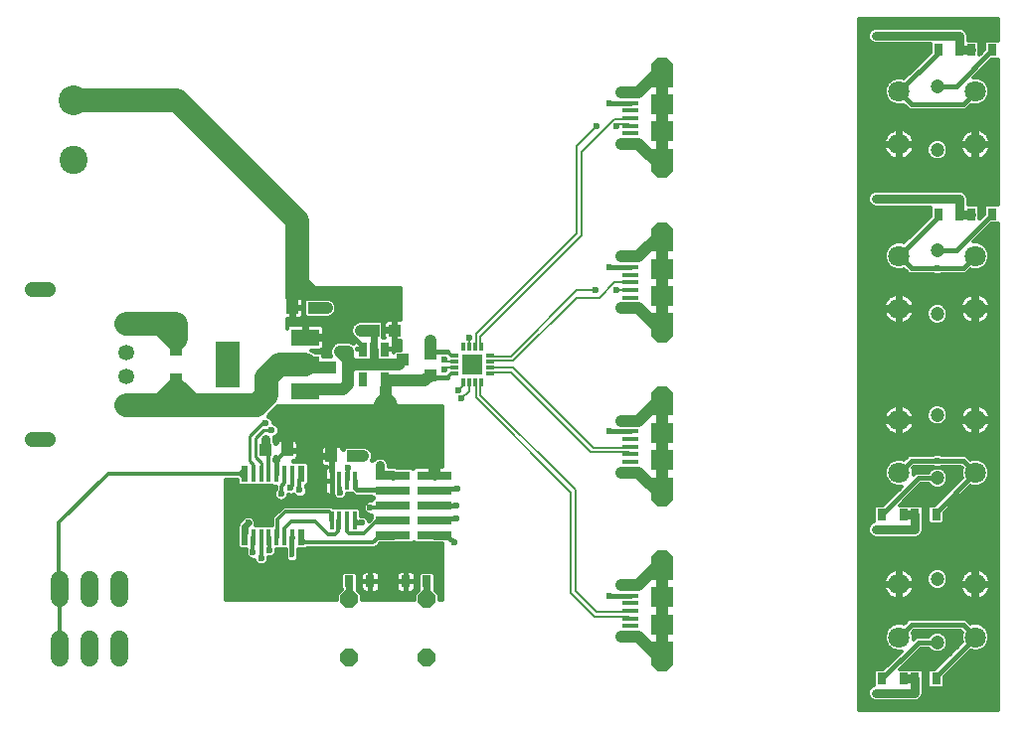
<source format=gtl>
G75*
%MOIN*%
%OFA0B0*%
%FSLAX25Y25*%
%IPPOS*%
%LPD*%
%AMOC8*
5,1,8,0,0,1.08239X$1,22.5*
%
%ADD10C,0.05118*%
%ADD11C,0.05315*%
%ADD12R,0.07480X0.07087*%
%ADD13R,0.07480X0.06299*%
%ADD14OC8,0.07480*%
%ADD15R,0.05512X0.01575*%
%ADD16C,0.03937*%
%ADD17R,0.06693X0.06693*%
%ADD18R,0.03150X0.01181*%
%ADD19R,0.01181X0.03150*%
%ADD20C,0.04724*%
%ADD21C,0.07087*%
%ADD22C,0.10000*%
%ADD23C,0.09449*%
%ADD24R,0.09449X0.05512*%
%ADD25R,0.07874X0.15748*%
%ADD26R,0.03937X0.03937*%
%ADD27R,0.03937X0.11811*%
%ADD28R,0.02756X0.04724*%
%ADD29R,0.03150X0.03937*%
%ADD30OC8,0.05906*%
%ADD31R,0.02362X0.05512*%
%ADD32R,0.01575X0.05512*%
%ADD33R,0.01575X0.02362*%
%ADD34R,0.11811X0.02953*%
%ADD35R,0.01575X0.06299*%
%ADD36C,0.05850*%
%ADD37C,0.02362*%
%ADD38C,0.02362*%
%ADD39C,0.01181*%
%ADD40C,0.01575*%
%ADD41C,0.03150*%
%ADD42C,0.07874*%
%ADD43C,0.00787*%
%ADD44C,0.00984*%
D10*
X0200784Y0186204D02*
X0205902Y0186204D01*
X0205902Y0236598D02*
X0200784Y0236598D01*
D11*
X0232280Y0225181D03*
X0232280Y0215338D03*
X0232280Y0207464D03*
X0232280Y0197622D03*
D12*
X0412005Y0188370D03*
X0412005Y0179315D03*
X0412005Y0133252D03*
X0412005Y0124197D03*
X0412005Y0234433D03*
X0412005Y0243488D03*
X0412005Y0289551D03*
X0412005Y0298606D03*
D13*
X0412005Y0307464D03*
X0412005Y0280693D03*
X0412005Y0252346D03*
X0412005Y0225574D03*
X0412005Y0197228D03*
X0412005Y0170456D03*
X0412005Y0142110D03*
X0412005Y0115338D03*
D14*
X0412005Y0112189D03*
X0412005Y0145260D03*
X0412005Y0167307D03*
X0412005Y0200378D03*
X0412005Y0222425D03*
X0412005Y0255496D03*
X0412005Y0277543D03*
X0412005Y0310614D03*
D15*
X0401375Y0299197D03*
X0401375Y0296637D03*
X0401375Y0294078D03*
X0401375Y0291519D03*
X0401375Y0288960D03*
X0401375Y0244078D03*
X0401375Y0241519D03*
X0401375Y0238960D03*
X0401375Y0236401D03*
X0401375Y0233842D03*
X0401375Y0188960D03*
X0401375Y0186401D03*
X0401375Y0183842D03*
X0401375Y0181283D03*
X0401375Y0178724D03*
X0401375Y0133842D03*
X0401375Y0131283D03*
X0401375Y0128724D03*
X0401375Y0126165D03*
X0401375Y0123606D03*
D16*
X0402162Y0120063D02*
X0398225Y0120063D01*
X0400194Y0120063D02*
X0404131Y0120063D01*
X0412005Y0112189D01*
X0412005Y0115338D01*
X0412005Y0124197D01*
X0412005Y0133252D01*
X0412005Y0142110D01*
X0412005Y0145260D01*
X0404131Y0137386D01*
X0400194Y0137386D01*
X0402162Y0137386D02*
X0398225Y0137386D01*
X0412005Y0167307D02*
X0404131Y0175181D01*
X0400194Y0175181D01*
X0402162Y0175181D02*
X0398225Y0175181D01*
X0412005Y0179315D02*
X0412005Y0170456D01*
X0412005Y0167307D01*
X0412005Y0179315D02*
X0412005Y0188370D01*
X0412005Y0197228D01*
X0412005Y0200378D01*
X0404131Y0192504D01*
X0400194Y0192504D01*
X0402162Y0192504D02*
X0398225Y0192504D01*
X0412005Y0222425D02*
X0404131Y0230299D01*
X0400194Y0230299D01*
X0402162Y0230299D02*
X0398225Y0230299D01*
X0412005Y0234433D02*
X0412005Y0225574D01*
X0412005Y0222425D01*
X0412005Y0234433D02*
X0412005Y0243488D01*
X0412005Y0252346D01*
X0412005Y0255496D01*
X0404131Y0247622D01*
X0400194Y0247622D01*
X0402162Y0247622D02*
X0398225Y0247622D01*
X0412005Y0277543D02*
X0404131Y0285417D01*
X0400194Y0285417D01*
X0402162Y0285417D02*
X0398225Y0285417D01*
X0412005Y0289551D02*
X0412005Y0280693D01*
X0412005Y0277543D01*
X0412005Y0289551D02*
X0412005Y0298606D01*
X0412005Y0307464D01*
X0412005Y0310614D01*
X0404131Y0302740D01*
X0400194Y0302740D01*
X0402162Y0302740D02*
X0398225Y0302740D01*
X0299603Y0230299D02*
X0295272Y0230299D01*
X0295272Y0235417D02*
X0289760Y0240929D01*
X0289760Y0237386D02*
X0288186Y0235811D01*
X0288186Y0230299D01*
X0303934Y0215732D02*
X0306690Y0215732D01*
X0306690Y0212976D01*
X0303934Y0215732D01*
X0306690Y0212976D02*
X0308264Y0211401D01*
X0306690Y0209826D01*
X0306690Y0212976D01*
X0308264Y0211401D02*
X0315351Y0211401D01*
X0323619Y0211401D01*
X0325194Y0212976D01*
X0325194Y0205889D02*
X0320075Y0205889D01*
X0319288Y0203527D02*
X0319288Y0197622D01*
X0325194Y0205889D02*
X0332280Y0205889D01*
X0334249Y0207858D01*
X0334249Y0214945D02*
X0334249Y0219275D01*
X0315351Y0222819D02*
X0311020Y0222819D01*
X0306690Y0209826D02*
X0306690Y0204708D01*
X0305115Y0203134D01*
X0300784Y0203134D01*
X0293304Y0203134D01*
X0292516Y0202346D01*
X0293698Y0210220D02*
X0292516Y0211401D01*
X0293698Y0210220D02*
X0300784Y0210220D01*
X0301178Y0186992D02*
X0301178Y0180693D01*
X0308264Y0180693D02*
X0311808Y0180693D01*
X0286217Y0182661D02*
X0286217Y0186992D01*
X0249209Y0197622D02*
X0249209Y0202740D01*
X0335823Y0186598D02*
X0335823Y0175181D01*
D17*
X0348422Y0211401D03*
D18*
X0354327Y0210417D03*
X0354327Y0212386D03*
X0354327Y0214354D03*
X0354327Y0208448D03*
X0342516Y0208448D03*
X0342516Y0210417D03*
X0342516Y0212386D03*
X0342516Y0214354D03*
D19*
X0345469Y0217307D03*
X0347438Y0217307D03*
X0349406Y0217307D03*
X0351375Y0217307D03*
X0351375Y0205496D03*
X0349406Y0205496D03*
X0347438Y0205496D03*
X0345469Y0205496D03*
D20*
X0504327Y0194472D03*
X0504327Y0173212D03*
X0504327Y0139354D03*
X0504327Y0118094D03*
X0504327Y0228330D03*
X0504327Y0249590D03*
X0504327Y0283448D03*
X0504327Y0304708D03*
D21*
X0491532Y0302937D03*
X0491532Y0285220D03*
X0517123Y0285220D03*
X0517123Y0302937D03*
X0517123Y0247819D03*
X0517123Y0230102D03*
X0491532Y0230102D03*
X0491532Y0247819D03*
X0491532Y0192700D03*
X0491532Y0174984D03*
X0517123Y0174984D03*
X0517123Y0192700D03*
X0517123Y0137582D03*
X0517123Y0119866D03*
X0491532Y0119866D03*
X0491532Y0137582D03*
D22*
X0214564Y0300141D03*
D23*
X0214564Y0280141D03*
D24*
X0292516Y0220456D03*
X0292516Y0211401D03*
X0292516Y0202346D03*
D25*
X0266532Y0211401D03*
D26*
X0288186Y0230299D03*
X0295272Y0230299D03*
X0315351Y0222819D03*
X0322438Y0222819D03*
X0334249Y0214945D03*
X0325194Y0212976D03*
X0325194Y0205889D03*
X0334249Y0207858D03*
X0300784Y0210220D03*
X0300784Y0203134D03*
X0301178Y0180693D03*
X0308264Y0180693D03*
X0286217Y0182661D03*
X0279131Y0182661D03*
D27*
X0249209Y0202740D03*
X0249209Y0220063D03*
D28*
X0311611Y0216519D03*
X0315351Y0216519D03*
X0319091Y0216519D03*
X0319091Y0206283D03*
X0311611Y0206283D03*
D29*
X0314170Y0138567D03*
X0307083Y0138567D03*
X0325981Y0138567D03*
X0333068Y0138567D03*
X0485823Y0161008D03*
X0492910Y0161008D03*
X0496847Y0161008D03*
X0503934Y0161008D03*
X0503934Y0105889D03*
X0496847Y0105889D03*
X0492910Y0105889D03*
X0485823Y0105889D03*
X0504721Y0261795D03*
X0511808Y0261795D03*
X0515745Y0261795D03*
X0522831Y0261795D03*
X0522831Y0316913D03*
X0515745Y0316913D03*
X0511808Y0316913D03*
X0504721Y0316913D03*
D30*
X0333068Y0132661D03*
X0307083Y0132661D03*
X0307083Y0112976D03*
X0333068Y0112976D03*
D31*
X0291040Y0153527D03*
X0271946Y0153527D03*
X0271946Y0174787D03*
X0291040Y0174787D03*
D32*
X0287890Y0174787D03*
X0285331Y0174787D03*
X0282772Y0174787D03*
X0280213Y0174787D03*
X0277654Y0174787D03*
X0275095Y0174787D03*
X0275095Y0153527D03*
X0277654Y0153527D03*
X0280213Y0153527D03*
X0282772Y0153527D03*
X0285331Y0153527D03*
X0287890Y0153527D03*
D33*
X0287792Y0147622D03*
D34*
X0321737Y0154157D03*
X0321737Y0159157D03*
X0321737Y0164157D03*
X0321737Y0169157D03*
X0321737Y0174157D03*
X0335737Y0174157D03*
X0335737Y0169157D03*
X0335737Y0164157D03*
X0335737Y0159157D03*
X0335737Y0154157D03*
D35*
X0308953Y0159039D03*
X0306394Y0159039D03*
X0303835Y0159039D03*
X0301276Y0159039D03*
X0301276Y0172425D03*
X0303835Y0172425D03*
X0306394Y0172425D03*
X0308953Y0172425D03*
D36*
X0229957Y0138893D02*
X0229957Y0133043D01*
X0219957Y0133043D02*
X0219957Y0138893D01*
X0209957Y0138893D02*
X0209957Y0133043D01*
X0209957Y0118893D02*
X0209957Y0113043D01*
X0219957Y0113043D02*
X0219957Y0118893D01*
X0229957Y0118893D02*
X0229957Y0113043D01*
D37*
X0274800Y0148409D03*
X0277556Y0146441D03*
X0280312Y0149197D03*
X0273225Y0158252D03*
X0284249Y0168094D03*
X0287398Y0170063D03*
X0290548Y0169275D03*
X0303934Y0168488D03*
X0306690Y0176756D03*
X0311808Y0180693D03*
X0317320Y0177543D03*
X0314170Y0163370D03*
X0311414Y0158252D03*
X0342910Y0159826D03*
X0342910Y0164157D03*
X0343304Y0169669D03*
X0342516Y0151559D03*
X0394485Y0133842D03*
X0394485Y0188960D03*
X0347241Y0220456D03*
X0338973Y0212976D03*
X0338973Y0209826D03*
X0343698Y0202740D03*
X0344879Y0199984D03*
X0334249Y0219275D03*
X0311020Y0222819D03*
X0306690Y0215732D03*
X0303934Y0215732D03*
X0299603Y0230299D03*
X0245272Y0225181D03*
X0241335Y0225181D03*
X0237398Y0225181D03*
X0279131Y0191716D03*
X0281099Y0189354D03*
X0279131Y0186204D03*
X0389760Y0236204D03*
X0396847Y0236204D03*
X0394485Y0244078D03*
X0396847Y0291323D03*
X0390154Y0291323D03*
X0394485Y0299197D03*
X0483855Y0321637D03*
X0483855Y0266913D03*
X0504327Y0243685D03*
X0495666Y0225968D03*
X0504327Y0179118D03*
X0483855Y0155889D03*
X0483855Y0101165D03*
D38*
X0333068Y0132661D02*
X0333068Y0138567D01*
X0307083Y0138567D02*
X0307083Y0132661D01*
X0273225Y0158252D02*
X0272044Y0157071D01*
X0272044Y0155102D01*
X0319288Y0203527D02*
X0319288Y0205102D01*
X0319091Y0205299D01*
X0319091Y0206086D01*
X0319288Y0205889D01*
X0320075Y0205889D01*
X0319091Y0206086D02*
X0319091Y0206283D01*
X0315351Y0216519D02*
X0315351Y0222819D01*
D39*
X0209839Y0158252D02*
X0209839Y0136204D01*
X0209957Y0136086D01*
X0209957Y0135968D01*
X0209957Y0115968D01*
X0209839Y0158252D02*
X0226375Y0174787D01*
X0270469Y0174787D01*
X0271650Y0173606D01*
X0271946Y0174787D02*
X0270469Y0174787D01*
X0271650Y0175968D01*
X0280213Y0174787D02*
X0280213Y0181578D01*
X0279131Y0182661D01*
X0282772Y0179216D02*
X0286217Y0182661D01*
X0282772Y0179216D02*
X0282772Y0174787D01*
X0285331Y0174787D02*
X0285331Y0171539D01*
X0284249Y0170456D01*
X0284249Y0168094D01*
X0287398Y0170063D02*
X0287890Y0170555D01*
X0287890Y0174787D01*
X0291040Y0174787D02*
X0291040Y0173311D01*
X0290548Y0172819D01*
X0290548Y0169275D01*
X0285823Y0162189D02*
X0283068Y0159433D01*
X0283068Y0153527D01*
X0282772Y0153527D01*
X0280312Y0153527D02*
X0280312Y0149197D01*
X0277556Y0146441D02*
X0277556Y0153527D01*
X0277654Y0153527D01*
X0275095Y0153527D02*
X0274800Y0153527D01*
X0274800Y0148409D01*
X0280213Y0153527D02*
X0280312Y0153527D01*
X0285331Y0153527D02*
X0285430Y0153527D01*
X0285430Y0156283D01*
X0287792Y0158645D01*
X0295666Y0158645D01*
X0299997Y0154315D01*
X0302359Y0154315D01*
X0303540Y0155496D01*
X0303540Y0159039D01*
X0303835Y0159039D01*
X0306296Y0159039D02*
X0306296Y0155496D01*
X0307083Y0154708D01*
X0312201Y0154708D01*
X0316138Y0158645D01*
X0314170Y0163370D02*
X0321650Y0163370D01*
X0321737Y0163456D01*
X0321737Y0164157D01*
X0316926Y0153527D02*
X0314957Y0151559D01*
X0292516Y0151559D01*
X0291335Y0152740D01*
X0291335Y0153232D01*
X0291040Y0153527D01*
X0291335Y0152740D02*
X0291335Y0151559D01*
X0292516Y0151559D01*
X0301178Y0159039D02*
X0301178Y0161401D01*
X0300390Y0162189D01*
X0285823Y0162189D01*
X0301178Y0159039D02*
X0301276Y0159039D01*
X0306296Y0159039D02*
X0306394Y0159039D01*
X0303934Y0168488D02*
X0303934Y0170063D01*
X0303835Y0170161D01*
X0303835Y0172425D01*
X0306394Y0172425D02*
X0306690Y0172720D01*
X0306690Y0176756D01*
X0340154Y0207071D02*
X0341532Y0208448D01*
X0342516Y0208448D01*
X0342516Y0214354D02*
X0341532Y0214354D01*
X0340154Y0215732D01*
X0324406Y0216126D02*
X0322736Y0216126D01*
X0322060Y0215450D01*
X0322060Y0216421D01*
X0319190Y0216421D01*
X0319190Y0216618D01*
X0322060Y0216618D01*
X0322060Y0219091D01*
X0322015Y0219260D01*
X0322044Y0219260D01*
X0322044Y0222425D01*
X0318879Y0222425D01*
X0318879Y0220641D01*
X0318924Y0220472D01*
X0318501Y0220472D01*
X0318501Y0225276D01*
X0317809Y0225968D01*
X0310394Y0225968D01*
X0309236Y0225489D01*
X0308350Y0224603D01*
X0307871Y0223445D01*
X0307871Y0222192D01*
X0308350Y0221034D01*
X0309236Y0220148D01*
X0309246Y0220144D01*
X0308960Y0219858D01*
X0308751Y0219495D01*
X0308642Y0219091D01*
X0308642Y0218233D01*
X0308474Y0218402D01*
X0307316Y0218882D01*
X0303307Y0218882D01*
X0302150Y0218402D01*
X0301264Y0217516D01*
X0300784Y0216358D01*
X0300784Y0215105D01*
X0301177Y0214157D01*
X0298422Y0214157D01*
X0298422Y0214646D01*
X0297730Y0215338D01*
X0295817Y0215338D01*
X0295416Y0215740D01*
X0294523Y0216110D01*
X0297450Y0216110D01*
X0297855Y0216218D01*
X0298217Y0216428D01*
X0298514Y0216724D01*
X0298723Y0217087D01*
X0298831Y0217491D01*
X0298831Y0219866D01*
X0293107Y0219866D01*
X0293107Y0221047D01*
X0291926Y0221047D01*
X0291926Y0224803D01*
X0287583Y0224803D01*
X0287178Y0224694D01*
X0286815Y0224485D01*
X0286519Y0224189D01*
X0286310Y0223826D01*
X0286217Y0223480D01*
X0286217Y0226740D01*
X0287792Y0226740D01*
X0287792Y0229905D01*
X0288579Y0229905D01*
X0288579Y0226740D01*
X0290364Y0226740D01*
X0290768Y0226848D01*
X0291131Y0227058D01*
X0291427Y0227354D01*
X0291636Y0227716D01*
X0291745Y0228121D01*
X0291745Y0229905D01*
X0288579Y0229905D01*
X0288579Y0230693D01*
X0287792Y0230693D01*
X0287792Y0233858D01*
X0286217Y0233858D01*
X0286217Y0236992D01*
X0324406Y0236992D01*
X0324406Y0226378D01*
X0322831Y0226378D01*
X0322831Y0223212D01*
X0322044Y0223212D01*
X0322044Y0222425D01*
X0322831Y0222425D01*
X0322831Y0219260D01*
X0324406Y0219260D01*
X0324406Y0216126D01*
X0324406Y0216708D02*
X0322060Y0216708D01*
X0322060Y0217887D02*
X0324406Y0217887D01*
X0324406Y0219067D02*
X0322060Y0219067D01*
X0322044Y0220246D02*
X0322831Y0220246D01*
X0322831Y0221426D02*
X0322044Y0221426D01*
X0322044Y0222606D02*
X0318501Y0222606D01*
X0318879Y0223212D02*
X0322044Y0223212D01*
X0322044Y0226378D01*
X0320260Y0226378D01*
X0319855Y0226269D01*
X0319493Y0226060D01*
X0319196Y0225764D01*
X0318987Y0225401D01*
X0318879Y0224996D01*
X0318879Y0223212D01*
X0318879Y0223785D02*
X0318501Y0223785D01*
X0318501Y0224965D02*
X0318879Y0224965D01*
X0319639Y0226145D02*
X0286217Y0226145D01*
X0286217Y0224965D02*
X0308712Y0224965D01*
X0308012Y0223785D02*
X0298734Y0223785D01*
X0298723Y0223826D02*
X0298514Y0224189D01*
X0298217Y0224485D01*
X0297855Y0224694D01*
X0297450Y0224803D01*
X0293107Y0224803D01*
X0293107Y0221047D01*
X0298831Y0221047D01*
X0298831Y0223422D01*
X0298723Y0223826D01*
X0298831Y0222606D02*
X0307871Y0222606D01*
X0308188Y0221426D02*
X0298831Y0221426D01*
X0298831Y0219067D02*
X0308642Y0219067D01*
X0309138Y0220246D02*
X0293107Y0220246D01*
X0293107Y0221426D02*
X0291926Y0221426D01*
X0291926Y0222606D02*
X0293107Y0222606D01*
X0293107Y0223785D02*
X0291926Y0223785D01*
X0292815Y0227149D02*
X0300230Y0227149D01*
X0301387Y0227629D01*
X0302273Y0228515D01*
X0302753Y0229672D01*
X0302753Y0230925D01*
X0302273Y0232083D01*
X0301387Y0232969D01*
X0300230Y0233448D01*
X0297730Y0233448D01*
X0292815Y0233448D01*
X0292123Y0232757D01*
X0292123Y0227841D01*
X0292815Y0227149D01*
X0292640Y0227324D02*
X0291397Y0227324D01*
X0291745Y0228504D02*
X0292123Y0228504D01*
X0292123Y0229683D02*
X0291745Y0229683D01*
X0291745Y0230693D02*
X0288579Y0230693D01*
X0288579Y0233858D01*
X0290364Y0233858D01*
X0290768Y0233750D01*
X0291131Y0233540D01*
X0291427Y0233244D01*
X0291636Y0232881D01*
X0291745Y0232477D01*
X0291745Y0230693D01*
X0291745Y0230863D02*
X0292123Y0230863D01*
X0292123Y0232043D02*
X0291745Y0232043D01*
X0291440Y0233222D02*
X0292588Y0233222D01*
X0288579Y0233222D02*
X0287792Y0233222D01*
X0287792Y0232043D02*
X0288579Y0232043D01*
X0288579Y0230863D02*
X0287792Y0230863D01*
X0287792Y0229683D02*
X0288579Y0229683D01*
X0288579Y0228504D02*
X0287792Y0228504D01*
X0287792Y0227324D02*
X0288579Y0227324D01*
X0286299Y0223785D02*
X0286217Y0223785D01*
X0286217Y0234402D02*
X0324406Y0234402D01*
X0324406Y0235581D02*
X0286217Y0235581D01*
X0286217Y0236761D02*
X0324406Y0236761D01*
X0324406Y0233222D02*
X0300776Y0233222D01*
X0302290Y0232043D02*
X0324406Y0232043D01*
X0324406Y0230863D02*
X0302753Y0230863D01*
X0302753Y0229683D02*
X0324406Y0229683D01*
X0324406Y0228504D02*
X0302262Y0228504D01*
X0300652Y0227324D02*
X0324406Y0227324D01*
X0322831Y0226145D02*
X0322044Y0226145D01*
X0322044Y0224965D02*
X0322831Y0224965D01*
X0322831Y0223785D02*
X0322044Y0223785D01*
X0318879Y0221426D02*
X0318501Y0221426D01*
X0322060Y0215528D02*
X0322138Y0215528D01*
X0311512Y0216421D02*
X0309813Y0216421D01*
X0309732Y0216618D01*
X0311512Y0216618D01*
X0311512Y0216421D01*
X0301635Y0217887D02*
X0298831Y0217887D01*
X0298497Y0216708D02*
X0300929Y0216708D01*
X0300784Y0215528D02*
X0295628Y0215528D01*
X0298422Y0214348D02*
X0301098Y0214348D01*
X0477949Y0214348D02*
X0524603Y0214348D01*
X0524603Y0213169D02*
X0477949Y0213169D01*
X0477949Y0211989D02*
X0524603Y0211989D01*
X0524603Y0210810D02*
X0477949Y0210810D01*
X0477949Y0209630D02*
X0524603Y0209630D01*
X0524603Y0208450D02*
X0477949Y0208450D01*
X0477949Y0207271D02*
X0524603Y0207271D01*
X0524603Y0206091D02*
X0477949Y0206091D01*
X0477949Y0204911D02*
X0524603Y0204911D01*
X0524603Y0203732D02*
X0477949Y0203732D01*
X0477949Y0202552D02*
X0524603Y0202552D01*
X0524603Y0201373D02*
X0477949Y0201373D01*
X0477949Y0200193D02*
X0524603Y0200193D01*
X0524603Y0199013D02*
X0477949Y0199013D01*
X0477949Y0197834D02*
X0503184Y0197834D01*
X0503623Y0198015D02*
X0502320Y0197476D01*
X0501324Y0196479D01*
X0500784Y0195177D01*
X0500784Y0193767D01*
X0501324Y0192465D01*
X0502320Y0191468D01*
X0503623Y0190929D01*
X0505032Y0190929D01*
X0506335Y0191468D01*
X0507331Y0192465D01*
X0507871Y0193767D01*
X0507871Y0195177D01*
X0507331Y0196479D01*
X0506335Y0197476D01*
X0505032Y0198015D01*
X0503623Y0198015D01*
X0505471Y0197834D02*
X0524603Y0197834D01*
X0524603Y0196654D02*
X0520415Y0196654D01*
X0520467Y0196616D02*
X0519813Y0197091D01*
X0519093Y0197458D01*
X0518325Y0197708D01*
X0517713Y0197805D01*
X0517713Y0193291D01*
X0516532Y0193291D01*
X0516532Y0192110D01*
X0512018Y0192110D01*
X0512115Y0191498D01*
X0512365Y0190730D01*
X0512732Y0190010D01*
X0513207Y0189356D01*
X0513778Y0188785D01*
X0514432Y0188310D01*
X0515152Y0187943D01*
X0515921Y0187693D01*
X0516532Y0187596D01*
X0516532Y0192110D01*
X0517713Y0192110D01*
X0517713Y0187596D01*
X0518325Y0187693D01*
X0519093Y0187943D01*
X0519813Y0188310D01*
X0520467Y0188785D01*
X0521039Y0189356D01*
X0521514Y0190010D01*
X0521880Y0190730D01*
X0522130Y0191498D01*
X0522227Y0192110D01*
X0517713Y0192110D01*
X0517713Y0193291D01*
X0522227Y0193291D01*
X0522130Y0193903D01*
X0521880Y0194671D01*
X0521514Y0195391D01*
X0521039Y0196045D01*
X0520467Y0196616D01*
X0521453Y0195475D02*
X0524603Y0195475D01*
X0524603Y0194295D02*
X0522003Y0194295D01*
X0522199Y0191936D02*
X0524603Y0191936D01*
X0524603Y0193115D02*
X0517713Y0193115D01*
X0517713Y0191936D02*
X0516532Y0191936D01*
X0516532Y0193115D02*
X0507601Y0193115D01*
X0507871Y0194295D02*
X0512243Y0194295D01*
X0512365Y0194671D02*
X0512115Y0193903D01*
X0512018Y0193291D01*
X0516532Y0193291D01*
X0516532Y0197805D01*
X0515921Y0197708D01*
X0515152Y0197458D01*
X0514432Y0197091D01*
X0513778Y0196616D01*
X0513207Y0196045D01*
X0512732Y0195391D01*
X0512365Y0194671D01*
X0512792Y0195475D02*
X0507747Y0195475D01*
X0507156Y0196654D02*
X0513830Y0196654D01*
X0516532Y0196654D02*
X0517713Y0196654D01*
X0517713Y0195475D02*
X0516532Y0195475D01*
X0516532Y0194295D02*
X0517713Y0194295D01*
X0517713Y0190756D02*
X0516532Y0190756D01*
X0516532Y0189577D02*
X0517713Y0189577D01*
X0517713Y0188397D02*
X0516532Y0188397D01*
X0514312Y0188397D02*
X0494343Y0188397D01*
X0494223Y0188310D02*
X0494877Y0188785D01*
X0495448Y0189356D01*
X0495923Y0190010D01*
X0496290Y0190730D01*
X0496540Y0191498D01*
X0496636Y0192110D01*
X0492123Y0192110D01*
X0492123Y0193291D01*
X0496636Y0193291D01*
X0496540Y0193903D01*
X0496290Y0194671D01*
X0495923Y0195391D01*
X0495448Y0196045D01*
X0494877Y0196616D01*
X0494223Y0197091D01*
X0493503Y0197458D01*
X0492734Y0197708D01*
X0492123Y0197805D01*
X0492123Y0193291D01*
X0490942Y0193291D01*
X0490942Y0197805D01*
X0490330Y0197708D01*
X0489561Y0197458D01*
X0488841Y0197091D01*
X0488188Y0196616D01*
X0487616Y0196045D01*
X0487141Y0195391D01*
X0486774Y0194671D01*
X0486525Y0193903D01*
X0486428Y0193291D01*
X0490942Y0193291D01*
X0490942Y0192110D01*
X0492123Y0192110D01*
X0492123Y0187596D01*
X0492734Y0187693D01*
X0493503Y0187943D01*
X0494223Y0188310D01*
X0495608Y0189577D02*
X0513047Y0189577D01*
X0512356Y0190756D02*
X0496298Y0190756D01*
X0496609Y0191936D02*
X0501853Y0191936D01*
X0501054Y0193115D02*
X0492123Y0193115D01*
X0492123Y0191936D02*
X0490942Y0191936D01*
X0490942Y0192110D02*
X0490942Y0187596D01*
X0490330Y0187693D01*
X0489561Y0187943D01*
X0488841Y0188310D01*
X0488188Y0188785D01*
X0487616Y0189356D01*
X0487141Y0190010D01*
X0486774Y0190730D01*
X0486525Y0191498D01*
X0486428Y0192110D01*
X0490942Y0192110D01*
X0490942Y0193115D02*
X0477949Y0193115D01*
X0477949Y0191936D02*
X0486455Y0191936D01*
X0486766Y0190756D02*
X0477949Y0190756D01*
X0477949Y0189577D02*
X0487456Y0189577D01*
X0488721Y0188397D02*
X0477949Y0188397D01*
X0477949Y0187217D02*
X0524603Y0187217D01*
X0524603Y0186038D02*
X0477949Y0186038D01*
X0477949Y0184858D02*
X0524603Y0184858D01*
X0524603Y0183678D02*
X0477949Y0183678D01*
X0477949Y0182499D02*
X0524603Y0182499D01*
X0524603Y0181319D02*
X0505467Y0181319D01*
X0505306Y0181480D02*
X0503349Y0181480D01*
X0502955Y0181086D01*
X0494851Y0181086D01*
X0493698Y0179933D01*
X0493180Y0179415D01*
X0492472Y0179708D01*
X0490592Y0179708D01*
X0488856Y0178989D01*
X0487527Y0177660D01*
X0486808Y0175924D01*
X0486808Y0174044D01*
X0487527Y0172308D01*
X0488856Y0170979D01*
X0490592Y0170260D01*
X0492292Y0170260D01*
X0486189Y0164157D01*
X0483759Y0164157D01*
X0483068Y0163465D01*
X0483068Y0158550D01*
X0483070Y0158547D01*
X0482294Y0158226D01*
X0481519Y0157451D01*
X0481099Y0156438D01*
X0481099Y0155341D01*
X0481519Y0154328D01*
X0482294Y0153553D01*
X0483307Y0153134D01*
X0497395Y0153134D01*
X0498408Y0153553D01*
X0499183Y0154328D01*
X0499603Y0155341D01*
X0499603Y0163465D01*
X0498911Y0164157D01*
X0491757Y0164157D01*
X0498844Y0171244D01*
X0501308Y0171244D01*
X0501324Y0171205D01*
X0502320Y0170208D01*
X0503623Y0169669D01*
X0505032Y0169669D01*
X0506335Y0170208D01*
X0507331Y0171205D01*
X0507871Y0172507D01*
X0507871Y0173917D01*
X0507331Y0175219D01*
X0506335Y0176216D01*
X0505032Y0176756D01*
X0503623Y0176756D01*
X0502320Y0176216D01*
X0501324Y0175219D01*
X0501308Y0175181D01*
X0497213Y0175181D01*
X0496257Y0174224D01*
X0496257Y0175924D01*
X0495963Y0176631D01*
X0496481Y0177149D01*
X0502955Y0177149D01*
X0503349Y0176756D01*
X0505306Y0176756D01*
X0505700Y0177149D01*
X0512173Y0177149D01*
X0512691Y0176631D01*
X0512398Y0175924D01*
X0512398Y0174044D01*
X0512691Y0173337D01*
X0503512Y0164157D01*
X0501870Y0164157D01*
X0501178Y0163465D01*
X0501178Y0158550D01*
X0501870Y0157858D01*
X0505998Y0157858D01*
X0506690Y0158550D01*
X0506690Y0161767D01*
X0515475Y0170553D01*
X0516183Y0170260D01*
X0518062Y0170260D01*
X0519799Y0170979D01*
X0521128Y0172308D01*
X0521847Y0174044D01*
X0521847Y0175924D01*
X0521128Y0177660D01*
X0519799Y0178989D01*
X0518062Y0179708D01*
X0516183Y0179708D01*
X0515475Y0179415D01*
X0513804Y0181086D01*
X0505700Y0181086D01*
X0505306Y0181480D01*
X0503188Y0181319D02*
X0477949Y0181319D01*
X0477949Y0180140D02*
X0493904Y0180140D01*
X0495976Y0176601D02*
X0503249Y0176601D01*
X0501525Y0175421D02*
X0496257Y0175421D01*
X0496257Y0174242D02*
X0496274Y0174242D01*
X0498302Y0170703D02*
X0501826Y0170703D01*
X0497123Y0169523D02*
X0508878Y0169523D01*
X0507698Y0168343D02*
X0495943Y0168343D01*
X0494764Y0167164D02*
X0506519Y0167164D01*
X0505339Y0165984D02*
X0493584Y0165984D01*
X0492404Y0164805D02*
X0504160Y0164805D01*
X0501338Y0163625D02*
X0499443Y0163625D01*
X0499603Y0162445D02*
X0501178Y0162445D01*
X0501178Y0161266D02*
X0499603Y0161266D01*
X0499603Y0160086D02*
X0501178Y0160086D01*
X0501178Y0158907D02*
X0499603Y0158907D01*
X0499603Y0157727D02*
X0524603Y0157727D01*
X0524603Y0158907D02*
X0506690Y0158907D01*
X0506690Y0160086D02*
X0524603Y0160086D01*
X0524603Y0161266D02*
X0506690Y0161266D01*
X0507368Y0162445D02*
X0524603Y0162445D01*
X0524603Y0163625D02*
X0508548Y0163625D01*
X0509727Y0164805D02*
X0524603Y0164805D01*
X0524603Y0165984D02*
X0510907Y0165984D01*
X0512086Y0167164D02*
X0524603Y0167164D01*
X0524603Y0168343D02*
X0513266Y0168343D01*
X0514446Y0169523D02*
X0524603Y0169523D01*
X0524603Y0170703D02*
X0519132Y0170703D01*
X0520702Y0171882D02*
X0524603Y0171882D01*
X0524603Y0173062D02*
X0521440Y0173062D01*
X0521847Y0174242D02*
X0524603Y0174242D01*
X0524603Y0175421D02*
X0521847Y0175421D01*
X0521567Y0176601D02*
X0524603Y0176601D01*
X0524603Y0177780D02*
X0521008Y0177780D01*
X0519828Y0178960D02*
X0524603Y0178960D01*
X0524603Y0180140D02*
X0514751Y0180140D01*
X0512679Y0176601D02*
X0505406Y0176601D01*
X0507130Y0175421D02*
X0512398Y0175421D01*
X0512398Y0174242D02*
X0507736Y0174242D01*
X0507871Y0173062D02*
X0512417Y0173062D01*
X0511237Y0171882D02*
X0507612Y0171882D01*
X0506829Y0170703D02*
X0510058Y0170703D01*
X0491555Y0169523D02*
X0477949Y0169523D01*
X0477949Y0168343D02*
X0490376Y0168343D01*
X0489196Y0167164D02*
X0477949Y0167164D01*
X0477949Y0165984D02*
X0488016Y0165984D01*
X0486837Y0164805D02*
X0477949Y0164805D01*
X0477949Y0163625D02*
X0483227Y0163625D01*
X0483068Y0162445D02*
X0477949Y0162445D01*
X0477949Y0161266D02*
X0483068Y0161266D01*
X0483068Y0160086D02*
X0477949Y0160086D01*
X0477949Y0158907D02*
X0483068Y0158907D01*
X0481795Y0157727D02*
X0477949Y0157727D01*
X0477949Y0156547D02*
X0481145Y0156547D01*
X0481099Y0155368D02*
X0477949Y0155368D01*
X0477949Y0154188D02*
X0481659Y0154188D01*
X0477949Y0153008D02*
X0524603Y0153008D01*
X0524603Y0151829D02*
X0477949Y0151829D01*
X0477949Y0150649D02*
X0524603Y0150649D01*
X0524603Y0149470D02*
X0477949Y0149470D01*
X0477949Y0148290D02*
X0524603Y0148290D01*
X0524603Y0147110D02*
X0477949Y0147110D01*
X0477949Y0145931D02*
X0524603Y0145931D01*
X0524603Y0144751D02*
X0477949Y0144751D01*
X0477949Y0143572D02*
X0524603Y0143572D01*
X0524603Y0142392D02*
X0518934Y0142392D01*
X0519093Y0142340D02*
X0518325Y0142590D01*
X0517713Y0142687D01*
X0517713Y0138173D01*
X0516532Y0138173D01*
X0516532Y0136992D01*
X0512018Y0136992D01*
X0512115Y0136380D01*
X0512365Y0135612D01*
X0512732Y0134892D01*
X0513207Y0134238D01*
X0513778Y0133666D01*
X0514432Y0133191D01*
X0515152Y0132825D01*
X0515921Y0132575D01*
X0516532Y0132478D01*
X0516532Y0136992D01*
X0517713Y0136992D01*
X0517713Y0132478D01*
X0518325Y0132575D01*
X0519093Y0132825D01*
X0519813Y0133191D01*
X0520467Y0133666D01*
X0521039Y0134238D01*
X0521514Y0134892D01*
X0521880Y0135612D01*
X0522130Y0136380D01*
X0522227Y0136992D01*
X0517713Y0136992D01*
X0517713Y0138173D01*
X0522227Y0138173D01*
X0522130Y0138785D01*
X0521880Y0139553D01*
X0521514Y0140273D01*
X0521039Y0140927D01*
X0520467Y0141498D01*
X0519813Y0141973D01*
X0519093Y0142340D01*
X0517713Y0142392D02*
X0516532Y0142392D01*
X0516532Y0142687D02*
X0515921Y0142590D01*
X0515152Y0142340D01*
X0514432Y0141973D01*
X0513778Y0141498D01*
X0513207Y0140927D01*
X0512732Y0140273D01*
X0512365Y0139553D01*
X0512115Y0138785D01*
X0512018Y0138173D01*
X0516532Y0138173D01*
X0516532Y0142687D01*
X0515312Y0142392D02*
X0506252Y0142392D01*
X0506335Y0142358D02*
X0505032Y0142897D01*
X0503623Y0142897D01*
X0502320Y0142358D01*
X0501324Y0141361D01*
X0500784Y0140059D01*
X0500784Y0138649D01*
X0501324Y0137347D01*
X0502320Y0136350D01*
X0503623Y0135811D01*
X0505032Y0135811D01*
X0506335Y0136350D01*
X0507331Y0137347D01*
X0507871Y0138649D01*
X0507871Y0140059D01*
X0507331Y0141361D01*
X0506335Y0142358D01*
X0507393Y0141212D02*
X0513492Y0141212D01*
X0512609Y0140033D02*
X0507871Y0140033D01*
X0507871Y0138853D02*
X0512138Y0138853D01*
X0512097Y0136494D02*
X0506478Y0136494D01*
X0507467Y0137674D02*
X0516532Y0137674D01*
X0516532Y0138853D02*
X0517713Y0138853D01*
X0517713Y0137674D02*
X0524603Y0137674D01*
X0524603Y0138853D02*
X0522108Y0138853D01*
X0521636Y0140033D02*
X0524603Y0140033D01*
X0524603Y0141212D02*
X0520753Y0141212D01*
X0517713Y0141212D02*
X0516532Y0141212D01*
X0516532Y0140033D02*
X0517713Y0140033D01*
X0517713Y0136494D02*
X0516532Y0136494D01*
X0516532Y0135314D02*
X0517713Y0135314D01*
X0517713Y0134135D02*
X0516532Y0134135D01*
X0516532Y0132955D02*
X0517713Y0132955D01*
X0519349Y0132955D02*
X0524603Y0132955D01*
X0524603Y0131775D02*
X0477949Y0131775D01*
X0477949Y0130596D02*
X0524603Y0130596D01*
X0524603Y0129416D02*
X0477949Y0129416D01*
X0477949Y0128237D02*
X0524603Y0128237D01*
X0524603Y0127057D02*
X0477949Y0127057D01*
X0477949Y0125877D02*
X0494760Y0125877D01*
X0494851Y0125968D02*
X0493180Y0124297D01*
X0492472Y0124590D01*
X0490592Y0124590D01*
X0488856Y0123871D01*
X0487527Y0122542D01*
X0486808Y0120806D01*
X0486808Y0118926D01*
X0487527Y0117190D01*
X0488856Y0115861D01*
X0490592Y0115141D01*
X0492292Y0115141D01*
X0486189Y0109039D01*
X0483759Y0109039D01*
X0483068Y0108347D01*
X0483068Y0103822D01*
X0482294Y0103501D01*
X0481519Y0102726D01*
X0481099Y0101713D01*
X0481099Y0100617D01*
X0481519Y0099604D01*
X0482294Y0098829D01*
X0483307Y0098409D01*
X0497395Y0098409D01*
X0498408Y0098829D01*
X0499183Y0099604D01*
X0499603Y0100617D01*
X0499603Y0108347D01*
X0498911Y0109039D01*
X0491757Y0109039D01*
X0498844Y0116126D01*
X0501308Y0116126D01*
X0501324Y0116087D01*
X0502320Y0115090D01*
X0503623Y0114551D01*
X0505032Y0114551D01*
X0506335Y0115090D01*
X0507331Y0116087D01*
X0507871Y0117389D01*
X0507871Y0118799D01*
X0507331Y0120101D01*
X0506335Y0121098D01*
X0505032Y0121637D01*
X0503623Y0121637D01*
X0502320Y0121098D01*
X0501324Y0120101D01*
X0501308Y0120063D01*
X0497213Y0120063D01*
X0496257Y0119106D01*
X0496257Y0120806D01*
X0495963Y0121513D01*
X0496481Y0122031D01*
X0512173Y0122031D01*
X0512691Y0121513D01*
X0512398Y0120806D01*
X0512398Y0118926D01*
X0512691Y0118218D01*
X0503512Y0109039D01*
X0501870Y0109039D01*
X0501178Y0108347D01*
X0501178Y0103432D01*
X0501870Y0102740D01*
X0505998Y0102740D01*
X0506690Y0103432D01*
X0506690Y0106649D01*
X0515475Y0115435D01*
X0516183Y0115141D01*
X0518062Y0115141D01*
X0519799Y0115861D01*
X0521128Y0117190D01*
X0521847Y0118926D01*
X0521847Y0120806D01*
X0521128Y0122542D01*
X0519799Y0123871D01*
X0518062Y0124590D01*
X0516183Y0124590D01*
X0515475Y0124297D01*
X0514957Y0124815D01*
X0513804Y0125968D01*
X0494851Y0125968D01*
X0493580Y0124698D02*
X0477949Y0124698D01*
X0477949Y0123518D02*
X0488503Y0123518D01*
X0487443Y0122339D02*
X0477949Y0122339D01*
X0477949Y0121159D02*
X0486954Y0121159D01*
X0486808Y0119979D02*
X0477949Y0119979D01*
X0477949Y0118800D02*
X0486860Y0118800D01*
X0487349Y0117620D02*
X0477949Y0117620D01*
X0477949Y0116440D02*
X0488276Y0116440D01*
X0490304Y0115261D02*
X0477949Y0115261D01*
X0477949Y0114081D02*
X0491231Y0114081D01*
X0490052Y0112902D02*
X0477949Y0112902D01*
X0477949Y0111722D02*
X0488872Y0111722D01*
X0487693Y0110542D02*
X0477949Y0110542D01*
X0477949Y0109363D02*
X0486513Y0109363D01*
X0483068Y0108183D02*
X0477949Y0108183D01*
X0477949Y0107004D02*
X0483068Y0107004D01*
X0483068Y0105824D02*
X0477949Y0105824D01*
X0477949Y0104644D02*
X0483068Y0104644D01*
X0482257Y0103465D02*
X0477949Y0103465D01*
X0477949Y0102285D02*
X0481336Y0102285D01*
X0481099Y0101105D02*
X0477949Y0101105D01*
X0477949Y0099926D02*
X0481385Y0099926D01*
X0482493Y0098746D02*
X0477949Y0098746D01*
X0477949Y0097567D02*
X0524603Y0097567D01*
X0524603Y0098746D02*
X0498209Y0098746D01*
X0499317Y0099926D02*
X0524603Y0099926D01*
X0524603Y0101105D02*
X0499603Y0101105D01*
X0499603Y0102285D02*
X0524603Y0102285D01*
X0524603Y0103465D02*
X0506690Y0103465D01*
X0506690Y0104644D02*
X0524603Y0104644D01*
X0524603Y0105824D02*
X0506690Y0105824D01*
X0507044Y0107004D02*
X0524603Y0107004D01*
X0524603Y0108183D02*
X0508224Y0108183D01*
X0509404Y0109363D02*
X0524603Y0109363D01*
X0524603Y0110542D02*
X0510583Y0110542D01*
X0511763Y0111722D02*
X0524603Y0111722D01*
X0524603Y0112902D02*
X0512942Y0112902D01*
X0514122Y0114081D02*
X0524603Y0114081D01*
X0524603Y0115261D02*
X0518351Y0115261D01*
X0520379Y0116440D02*
X0524603Y0116440D01*
X0524603Y0117620D02*
X0521306Y0117620D01*
X0521795Y0118800D02*
X0524603Y0118800D01*
X0524603Y0119979D02*
X0521847Y0119979D01*
X0521701Y0121159D02*
X0524603Y0121159D01*
X0524603Y0122339D02*
X0521212Y0122339D01*
X0520152Y0123518D02*
X0524603Y0123518D01*
X0524603Y0124698D02*
X0515075Y0124698D01*
X0513895Y0125877D02*
X0524603Y0125877D01*
X0524603Y0134135D02*
X0520935Y0134135D01*
X0521729Y0135314D02*
X0524603Y0135314D01*
X0524603Y0136494D02*
X0522148Y0136494D01*
X0514896Y0132955D02*
X0493759Y0132955D01*
X0493503Y0132825D02*
X0494223Y0133191D01*
X0494877Y0133666D01*
X0495448Y0134238D01*
X0495923Y0134892D01*
X0496290Y0135612D01*
X0496540Y0136380D01*
X0496636Y0136992D01*
X0492123Y0136992D01*
X0492123Y0138173D01*
X0496636Y0138173D01*
X0496540Y0138785D01*
X0496290Y0139553D01*
X0495923Y0140273D01*
X0495448Y0140927D01*
X0494877Y0141498D01*
X0494223Y0141973D01*
X0493503Y0142340D01*
X0492734Y0142590D01*
X0492123Y0142687D01*
X0492123Y0138173D01*
X0490942Y0138173D01*
X0490942Y0142687D01*
X0490330Y0142590D01*
X0489561Y0142340D01*
X0488841Y0141973D01*
X0488188Y0141498D01*
X0487616Y0140927D01*
X0487141Y0140273D01*
X0486774Y0139553D01*
X0486525Y0138785D01*
X0486428Y0138173D01*
X0490942Y0138173D01*
X0490942Y0136992D01*
X0492123Y0136992D01*
X0492123Y0132478D01*
X0492734Y0132575D01*
X0493503Y0132825D01*
X0492123Y0132955D02*
X0490942Y0132955D01*
X0490942Y0132478D02*
X0490942Y0136992D01*
X0486428Y0136992D01*
X0486525Y0136380D01*
X0486774Y0135612D01*
X0487141Y0134892D01*
X0487616Y0134238D01*
X0488188Y0133666D01*
X0488841Y0133191D01*
X0489561Y0132825D01*
X0490330Y0132575D01*
X0490942Y0132478D01*
X0490942Y0134135D02*
X0492123Y0134135D01*
X0492123Y0135314D02*
X0490942Y0135314D01*
X0490942Y0136494D02*
X0492123Y0136494D01*
X0492123Y0137674D02*
X0501188Y0137674D01*
X0500784Y0138853D02*
X0496517Y0138853D01*
X0496045Y0140033D02*
X0500784Y0140033D01*
X0501262Y0141212D02*
X0495163Y0141212D01*
X0493343Y0142392D02*
X0502403Y0142392D01*
X0502177Y0136494D02*
X0496558Y0136494D01*
X0496138Y0135314D02*
X0512516Y0135314D01*
X0513310Y0134135D02*
X0495345Y0134135D01*
X0490942Y0137674D02*
X0477949Y0137674D01*
X0477949Y0138853D02*
X0486547Y0138853D01*
X0487019Y0140033D02*
X0477949Y0140033D01*
X0477949Y0141212D02*
X0487902Y0141212D01*
X0489721Y0142392D02*
X0477949Y0142392D01*
X0477949Y0136494D02*
X0486507Y0136494D01*
X0486926Y0135314D02*
X0477949Y0135314D01*
X0477949Y0134135D02*
X0487719Y0134135D01*
X0489305Y0132955D02*
X0477949Y0132955D01*
X0490942Y0138853D02*
X0492123Y0138853D01*
X0492123Y0140033D02*
X0490942Y0140033D01*
X0490942Y0141212D02*
X0492123Y0141212D01*
X0492123Y0142392D02*
X0490942Y0142392D01*
X0499043Y0154188D02*
X0524603Y0154188D01*
X0524603Y0155368D02*
X0499603Y0155368D01*
X0499603Y0156547D02*
X0524603Y0156547D01*
X0489522Y0170703D02*
X0477949Y0170703D01*
X0477949Y0171882D02*
X0487952Y0171882D01*
X0487215Y0173062D02*
X0477949Y0173062D01*
X0477949Y0174242D02*
X0486808Y0174242D01*
X0486808Y0175421D02*
X0477949Y0175421D01*
X0477949Y0176601D02*
X0487088Y0176601D01*
X0487647Y0177780D02*
X0477949Y0177780D01*
X0477949Y0178960D02*
X0488827Y0178960D01*
X0490942Y0188397D02*
X0492123Y0188397D01*
X0492123Y0189577D02*
X0490942Y0189577D01*
X0490942Y0190756D02*
X0492123Y0190756D01*
X0492123Y0194295D02*
X0490942Y0194295D01*
X0490942Y0195475D02*
X0492123Y0195475D01*
X0492123Y0196654D02*
X0490942Y0196654D01*
X0488240Y0196654D02*
X0477949Y0196654D01*
X0477949Y0195475D02*
X0487202Y0195475D01*
X0486652Y0194295D02*
X0477949Y0194295D01*
X0494825Y0196654D02*
X0501499Y0196654D01*
X0500907Y0195475D02*
X0495862Y0195475D01*
X0496412Y0194295D02*
X0500784Y0194295D01*
X0506802Y0191936D02*
X0512046Y0191936D01*
X0519934Y0188397D02*
X0524603Y0188397D01*
X0524603Y0189577D02*
X0521199Y0189577D01*
X0521889Y0190756D02*
X0524603Y0190756D01*
X0524603Y0215528D02*
X0477949Y0215528D01*
X0477949Y0216708D02*
X0524603Y0216708D01*
X0524603Y0217887D02*
X0477949Y0217887D01*
X0477949Y0219067D02*
X0524603Y0219067D01*
X0524603Y0220246D02*
X0477949Y0220246D01*
X0477949Y0221426D02*
X0524603Y0221426D01*
X0524603Y0222606D02*
X0477949Y0222606D01*
X0477949Y0223785D02*
X0524603Y0223785D01*
X0524603Y0224965D02*
X0505462Y0224965D01*
X0505032Y0224787D02*
X0506335Y0225327D01*
X0507331Y0226323D01*
X0507871Y0227626D01*
X0507871Y0229035D01*
X0507331Y0230337D01*
X0506335Y0231334D01*
X0505032Y0231874D01*
X0503623Y0231874D01*
X0502320Y0231334D01*
X0501324Y0230337D01*
X0500784Y0229035D01*
X0500784Y0227626D01*
X0501324Y0226323D01*
X0502320Y0225327D01*
X0503623Y0224787D01*
X0505032Y0224787D01*
X0503193Y0224965D02*
X0477949Y0224965D01*
X0477949Y0226145D02*
X0488245Y0226145D01*
X0488188Y0226186D02*
X0488841Y0225711D01*
X0489561Y0225344D01*
X0490330Y0225095D01*
X0490942Y0224998D01*
X0490942Y0229511D01*
X0492123Y0229511D01*
X0492123Y0224998D01*
X0492734Y0225095D01*
X0493503Y0225344D01*
X0494223Y0225711D01*
X0494877Y0226186D01*
X0495448Y0226758D01*
X0495923Y0227411D01*
X0496290Y0228131D01*
X0496540Y0228900D01*
X0496636Y0229511D01*
X0492123Y0229511D01*
X0492123Y0230693D01*
X0490942Y0230693D01*
X0490942Y0235206D01*
X0490330Y0235109D01*
X0489561Y0234860D01*
X0488841Y0234493D01*
X0488188Y0234018D01*
X0487616Y0233447D01*
X0487141Y0232793D01*
X0486774Y0232073D01*
X0486525Y0231304D01*
X0486428Y0230693D01*
X0490942Y0230693D01*
X0490942Y0229511D01*
X0486428Y0229511D01*
X0486525Y0228900D01*
X0486774Y0228131D01*
X0487141Y0227411D01*
X0487616Y0226758D01*
X0488188Y0226186D01*
X0487205Y0227324D02*
X0477949Y0227324D01*
X0477949Y0228504D02*
X0486653Y0228504D01*
X0486455Y0230863D02*
X0477949Y0230863D01*
X0477949Y0232043D02*
X0486765Y0232043D01*
X0487453Y0233222D02*
X0477949Y0233222D01*
X0477949Y0234402D02*
X0488716Y0234402D01*
X0490942Y0234402D02*
X0492123Y0234402D01*
X0492123Y0235206D02*
X0492123Y0230693D01*
X0496636Y0230693D01*
X0496540Y0231304D01*
X0496290Y0232073D01*
X0495923Y0232793D01*
X0495448Y0233447D01*
X0494877Y0234018D01*
X0494223Y0234493D01*
X0493503Y0234860D01*
X0492734Y0235109D01*
X0492123Y0235206D01*
X0492123Y0233222D02*
X0490942Y0233222D01*
X0490942Y0232043D02*
X0492123Y0232043D01*
X0492123Y0230863D02*
X0490942Y0230863D01*
X0490942Y0229683D02*
X0477949Y0229683D01*
X0477949Y0235581D02*
X0524603Y0235581D01*
X0524603Y0234402D02*
X0519939Y0234402D01*
X0519813Y0234493D02*
X0519093Y0234860D01*
X0518325Y0235109D01*
X0517713Y0235206D01*
X0517713Y0230693D01*
X0516532Y0230693D01*
X0516532Y0235206D01*
X0515921Y0235109D01*
X0515152Y0234860D01*
X0514432Y0234493D01*
X0513778Y0234018D01*
X0513207Y0233447D01*
X0512732Y0232793D01*
X0512365Y0232073D01*
X0512115Y0231304D01*
X0512018Y0230693D01*
X0516532Y0230693D01*
X0516532Y0229511D01*
X0517713Y0229511D01*
X0517713Y0224998D01*
X0518325Y0225095D01*
X0519093Y0225344D01*
X0519813Y0225711D01*
X0520467Y0226186D01*
X0521039Y0226758D01*
X0521514Y0227411D01*
X0521880Y0228131D01*
X0522130Y0228900D01*
X0522227Y0229511D01*
X0517713Y0229511D01*
X0517713Y0230693D01*
X0522227Y0230693D01*
X0522130Y0231304D01*
X0521880Y0232073D01*
X0521514Y0232793D01*
X0521039Y0233447D01*
X0520467Y0234018D01*
X0519813Y0234493D01*
X0521202Y0233222D02*
X0524603Y0233222D01*
X0524603Y0232043D02*
X0521890Y0232043D01*
X0522200Y0230863D02*
X0524603Y0230863D01*
X0524603Y0229683D02*
X0517713Y0229683D01*
X0517713Y0228504D02*
X0516532Y0228504D01*
X0516532Y0229511D02*
X0516532Y0224998D01*
X0515921Y0225095D01*
X0515152Y0225344D01*
X0514432Y0225711D01*
X0513778Y0226186D01*
X0513207Y0226758D01*
X0512732Y0227411D01*
X0512365Y0228131D01*
X0512115Y0228900D01*
X0512018Y0229511D01*
X0516532Y0229511D01*
X0516532Y0229683D02*
X0507602Y0229683D01*
X0507871Y0228504D02*
X0512244Y0228504D01*
X0512795Y0227324D02*
X0507746Y0227324D01*
X0507153Y0226145D02*
X0513835Y0226145D01*
X0516532Y0226145D02*
X0517713Y0226145D01*
X0517713Y0227324D02*
X0516532Y0227324D01*
X0516532Y0230863D02*
X0517713Y0230863D01*
X0517713Y0232043D02*
X0516532Y0232043D01*
X0516532Y0233222D02*
X0517713Y0233222D01*
X0517713Y0234402D02*
X0516532Y0234402D01*
X0514307Y0234402D02*
X0494348Y0234402D01*
X0495611Y0233222D02*
X0513044Y0233222D01*
X0512355Y0232043D02*
X0496300Y0232043D01*
X0496609Y0230863D02*
X0501849Y0230863D01*
X0501053Y0229683D02*
X0492123Y0229683D01*
X0492123Y0228504D02*
X0490942Y0228504D01*
X0490942Y0227324D02*
X0492123Y0227324D01*
X0492123Y0226145D02*
X0490942Y0226145D01*
X0494819Y0226145D02*
X0501502Y0226145D01*
X0500909Y0227324D02*
X0495860Y0227324D01*
X0496411Y0228504D02*
X0500784Y0228504D01*
X0506806Y0230863D02*
X0512045Y0230863D01*
X0520410Y0226145D02*
X0524603Y0226145D01*
X0524603Y0227324D02*
X0521450Y0227324D01*
X0522001Y0228504D02*
X0524603Y0228504D01*
X0524603Y0236761D02*
X0477949Y0236761D01*
X0477949Y0237941D02*
X0524603Y0237941D01*
X0524603Y0239120D02*
X0477949Y0239120D01*
X0477949Y0240300D02*
X0524603Y0240300D01*
X0524603Y0241480D02*
X0505463Y0241480D01*
X0505306Y0241323D02*
X0505700Y0241716D01*
X0513804Y0241716D01*
X0514957Y0242869D01*
X0515475Y0243387D01*
X0516183Y0243094D01*
X0518062Y0243094D01*
X0519799Y0243813D01*
X0521128Y0245142D01*
X0521847Y0246879D01*
X0521847Y0248758D01*
X0521128Y0250495D01*
X0519799Y0251824D01*
X0518062Y0252543D01*
X0516363Y0252543D01*
X0522466Y0258645D01*
X0524603Y0258645D01*
X0524603Y0095456D01*
X0477949Y0095456D01*
X0477949Y0327346D01*
X0524603Y0327346D01*
X0524603Y0320063D01*
X0520767Y0320063D01*
X0520075Y0319371D01*
X0520075Y0316941D01*
X0518501Y0315366D01*
X0518501Y0319371D01*
X0517809Y0320063D01*
X0514564Y0320063D01*
X0514564Y0322186D01*
X0514144Y0323199D01*
X0513369Y0323974D01*
X0512356Y0324393D01*
X0483307Y0324393D01*
X0482294Y0323974D01*
X0481519Y0323199D01*
X0481099Y0322186D01*
X0481099Y0321089D01*
X0481519Y0320076D01*
X0482294Y0319301D01*
X0483307Y0318882D01*
X0501965Y0318882D01*
X0501965Y0316154D01*
X0493180Y0307368D01*
X0492472Y0307661D01*
X0490592Y0307661D01*
X0488856Y0306942D01*
X0487527Y0305613D01*
X0486808Y0303876D01*
X0486808Y0301997D01*
X0487527Y0300261D01*
X0488856Y0298932D01*
X0490592Y0298212D01*
X0492472Y0298212D01*
X0493180Y0298505D01*
X0493698Y0297987D01*
X0494851Y0296834D01*
X0513804Y0296834D01*
X0514957Y0297987D01*
X0515475Y0298505D01*
X0516183Y0298212D01*
X0518062Y0298212D01*
X0519799Y0298932D01*
X0521128Y0300261D01*
X0521847Y0301997D01*
X0521847Y0303876D01*
X0521128Y0305613D01*
X0519799Y0306942D01*
X0518062Y0307661D01*
X0516363Y0307661D01*
X0522466Y0313763D01*
X0524603Y0313763D01*
X0524603Y0264945D01*
X0520767Y0264945D01*
X0520075Y0264253D01*
X0520075Y0261823D01*
X0518501Y0260248D01*
X0518501Y0264253D01*
X0517809Y0264945D01*
X0514564Y0264945D01*
X0514564Y0267461D01*
X0514144Y0268474D01*
X0513369Y0269249D01*
X0512356Y0269669D01*
X0483307Y0269669D01*
X0482294Y0269249D01*
X0481519Y0268474D01*
X0481099Y0267461D01*
X0481099Y0266365D01*
X0481519Y0265352D01*
X0482294Y0264577D01*
X0483307Y0264157D01*
X0501965Y0264157D01*
X0501965Y0261036D01*
X0493180Y0252250D01*
X0492472Y0252543D01*
X0490592Y0252543D01*
X0488856Y0251824D01*
X0487527Y0250495D01*
X0486808Y0248758D01*
X0486808Y0246879D01*
X0487527Y0245142D01*
X0488856Y0243813D01*
X0490592Y0243094D01*
X0492472Y0243094D01*
X0493180Y0243387D01*
X0494851Y0241716D01*
X0502955Y0241716D01*
X0503349Y0241323D01*
X0505306Y0241323D01*
X0503192Y0241480D02*
X0477949Y0241480D01*
X0477949Y0242659D02*
X0493908Y0242659D01*
X0488831Y0243839D02*
X0477949Y0243839D01*
X0477949Y0245018D02*
X0487651Y0245018D01*
X0487090Y0246198D02*
X0477949Y0246198D01*
X0477949Y0247378D02*
X0486808Y0247378D01*
X0486808Y0248557D02*
X0477949Y0248557D01*
X0477949Y0249737D02*
X0487213Y0249737D01*
X0487949Y0250916D02*
X0477949Y0250916D01*
X0477949Y0252096D02*
X0489513Y0252096D01*
X0494205Y0253276D02*
X0477949Y0253276D01*
X0477949Y0254455D02*
X0495385Y0254455D01*
X0496565Y0255635D02*
X0477949Y0255635D01*
X0477949Y0256814D02*
X0497744Y0256814D01*
X0498924Y0257994D02*
X0477949Y0257994D01*
X0477949Y0259174D02*
X0500103Y0259174D01*
X0501283Y0260353D02*
X0477949Y0260353D01*
X0477949Y0261533D02*
X0501965Y0261533D01*
X0501965Y0262713D02*
X0477949Y0262713D01*
X0477949Y0263892D02*
X0501965Y0263892D01*
X0514564Y0265072D02*
X0524603Y0265072D01*
X0524603Y0266251D02*
X0514564Y0266251D01*
X0514564Y0267431D02*
X0524603Y0267431D01*
X0524603Y0268611D02*
X0514008Y0268611D01*
X0518501Y0263892D02*
X0520075Y0263892D01*
X0520075Y0262713D02*
X0518501Y0262713D01*
X0518501Y0261533D02*
X0519785Y0261533D01*
X0518606Y0260353D02*
X0518501Y0260353D01*
X0521814Y0257994D02*
X0524603Y0257994D01*
X0524603Y0256814D02*
X0520635Y0256814D01*
X0519455Y0255635D02*
X0524603Y0255635D01*
X0524603Y0254455D02*
X0518276Y0254455D01*
X0517096Y0253276D02*
X0524603Y0253276D01*
X0524603Y0252096D02*
X0519141Y0252096D01*
X0520706Y0250916D02*
X0524603Y0250916D01*
X0524603Y0249737D02*
X0521442Y0249737D01*
X0521847Y0248557D02*
X0524603Y0248557D01*
X0524603Y0247378D02*
X0521847Y0247378D01*
X0521565Y0246198D02*
X0524603Y0246198D01*
X0524603Y0245018D02*
X0521004Y0245018D01*
X0519824Y0243839D02*
X0524603Y0243839D01*
X0524603Y0242659D02*
X0514747Y0242659D01*
X0481799Y0265072D02*
X0477949Y0265072D01*
X0477949Y0266251D02*
X0481146Y0266251D01*
X0481099Y0267431D02*
X0477949Y0267431D01*
X0477949Y0268611D02*
X0481655Y0268611D01*
X0477949Y0269790D02*
X0524603Y0269790D01*
X0524603Y0270970D02*
X0477949Y0270970D01*
X0477949Y0272149D02*
X0524603Y0272149D01*
X0524603Y0273329D02*
X0477949Y0273329D01*
X0477949Y0274509D02*
X0524603Y0274509D01*
X0524603Y0275688D02*
X0477949Y0275688D01*
X0477949Y0276868D02*
X0524603Y0276868D01*
X0524603Y0278048D02*
X0477949Y0278048D01*
X0477949Y0279227D02*
X0524603Y0279227D01*
X0524603Y0280407D02*
X0518922Y0280407D01*
X0519093Y0280462D02*
X0519813Y0280829D01*
X0520467Y0281304D01*
X0521039Y0281876D01*
X0521514Y0282529D01*
X0521880Y0283249D01*
X0522130Y0284018D01*
X0522227Y0284630D01*
X0517713Y0284630D01*
X0517713Y0285811D01*
X0516532Y0285811D01*
X0516532Y0290324D01*
X0515921Y0290228D01*
X0515152Y0289978D01*
X0514432Y0289611D01*
X0513778Y0289136D01*
X0513207Y0288565D01*
X0512732Y0287911D01*
X0512365Y0287191D01*
X0512115Y0286422D01*
X0512018Y0285811D01*
X0516532Y0285811D01*
X0516532Y0284630D01*
X0512018Y0284630D01*
X0512115Y0284018D01*
X0512365Y0283249D01*
X0512732Y0282529D01*
X0513207Y0281876D01*
X0513778Y0281304D01*
X0514432Y0280829D01*
X0515152Y0280462D01*
X0515921Y0280213D01*
X0516532Y0280116D01*
X0516532Y0284630D01*
X0517713Y0284630D01*
X0517713Y0280116D01*
X0518325Y0280213D01*
X0519093Y0280462D01*
X0517713Y0280407D02*
X0516532Y0280407D01*
X0516532Y0281586D02*
X0517713Y0281586D01*
X0517713Y0282766D02*
X0516532Y0282766D01*
X0516532Y0283946D02*
X0517713Y0283946D01*
X0517713Y0285125D02*
X0524603Y0285125D01*
X0524603Y0283946D02*
X0522107Y0283946D01*
X0521634Y0282766D02*
X0524603Y0282766D01*
X0524603Y0281586D02*
X0520749Y0281586D01*
X0522227Y0285811D02*
X0517713Y0285811D01*
X0517713Y0290324D01*
X0518325Y0290228D01*
X0519093Y0289978D01*
X0519813Y0289611D01*
X0520467Y0289136D01*
X0521039Y0288565D01*
X0521514Y0287911D01*
X0521880Y0287191D01*
X0522130Y0286422D01*
X0522227Y0285811D01*
X0522149Y0286305D02*
X0524603Y0286305D01*
X0524603Y0287484D02*
X0521731Y0287484D01*
X0520939Y0288664D02*
X0524603Y0288664D01*
X0524603Y0289844D02*
X0519357Y0289844D01*
X0517713Y0289844D02*
X0516532Y0289844D01*
X0516532Y0288664D02*
X0517713Y0288664D01*
X0517713Y0287484D02*
X0516532Y0287484D01*
X0516532Y0286305D02*
X0517713Y0286305D01*
X0516532Y0285125D02*
X0507468Y0285125D01*
X0507331Y0285456D02*
X0506335Y0286452D01*
X0505032Y0286992D01*
X0503623Y0286992D01*
X0502320Y0286452D01*
X0501324Y0285456D01*
X0500784Y0284153D01*
X0500784Y0282744D01*
X0501324Y0281441D01*
X0502320Y0280445D01*
X0503623Y0279905D01*
X0505032Y0279905D01*
X0506335Y0280445D01*
X0507331Y0281441D01*
X0507871Y0282744D01*
X0507871Y0284153D01*
X0507331Y0285456D01*
X0506482Y0286305D02*
X0512097Y0286305D01*
X0512515Y0287484D02*
X0496140Y0287484D01*
X0496290Y0287191D02*
X0495923Y0287911D01*
X0495448Y0288565D01*
X0494877Y0289136D01*
X0494223Y0289611D01*
X0493503Y0289978D01*
X0492734Y0290228D01*
X0492123Y0290324D01*
X0492123Y0285811D01*
X0496636Y0285811D01*
X0496540Y0286422D01*
X0496290Y0287191D01*
X0496558Y0286305D02*
X0502173Y0286305D01*
X0501187Y0285125D02*
X0492123Y0285125D01*
X0492123Y0284630D02*
X0492123Y0285811D01*
X0490942Y0285811D01*
X0490942Y0290324D01*
X0490330Y0290228D01*
X0489561Y0289978D01*
X0488841Y0289611D01*
X0488188Y0289136D01*
X0487616Y0288565D01*
X0487141Y0287911D01*
X0486774Y0287191D01*
X0486525Y0286422D01*
X0486428Y0285811D01*
X0490942Y0285811D01*
X0490942Y0284630D01*
X0492123Y0284630D01*
X0496636Y0284630D01*
X0496540Y0284018D01*
X0496290Y0283249D01*
X0495923Y0282529D01*
X0495448Y0281876D01*
X0494877Y0281304D01*
X0494223Y0280829D01*
X0493503Y0280462D01*
X0492734Y0280213D01*
X0492123Y0280116D01*
X0492123Y0284630D01*
X0492123Y0283946D02*
X0490942Y0283946D01*
X0490942Y0284630D02*
X0490942Y0280116D01*
X0490330Y0280213D01*
X0489561Y0280462D01*
X0488841Y0280829D01*
X0488188Y0281304D01*
X0487616Y0281876D01*
X0487141Y0282529D01*
X0486774Y0283249D01*
X0486525Y0284018D01*
X0486428Y0284630D01*
X0490942Y0284630D01*
X0490942Y0285125D02*
X0477949Y0285125D01*
X0477949Y0283946D02*
X0486548Y0283946D01*
X0487021Y0282766D02*
X0477949Y0282766D01*
X0477949Y0281586D02*
X0487906Y0281586D01*
X0489733Y0280407D02*
X0477949Y0280407D01*
X0477949Y0286305D02*
X0486506Y0286305D01*
X0486924Y0287484D02*
X0477949Y0287484D01*
X0477949Y0288664D02*
X0487716Y0288664D01*
X0489298Y0289844D02*
X0477949Y0289844D01*
X0477949Y0291023D02*
X0524603Y0291023D01*
X0524603Y0292203D02*
X0477949Y0292203D01*
X0477949Y0293383D02*
X0524603Y0293383D01*
X0524603Y0294562D02*
X0477949Y0294562D01*
X0477949Y0295742D02*
X0524603Y0295742D01*
X0524603Y0296921D02*
X0513891Y0296921D01*
X0515071Y0298101D02*
X0524603Y0298101D01*
X0524603Y0299281D02*
X0520148Y0299281D01*
X0521211Y0300460D02*
X0524603Y0300460D01*
X0524603Y0301640D02*
X0521699Y0301640D01*
X0521847Y0302819D02*
X0524603Y0302819D01*
X0524603Y0303999D02*
X0521796Y0303999D01*
X0521308Y0305179D02*
X0524603Y0305179D01*
X0524603Y0306358D02*
X0520382Y0306358D01*
X0518360Y0307538D02*
X0524603Y0307538D01*
X0524603Y0308717D02*
X0517420Y0308717D01*
X0518599Y0309897D02*
X0524603Y0309897D01*
X0524603Y0311077D02*
X0519779Y0311077D01*
X0520959Y0312256D02*
X0524603Y0312256D01*
X0524603Y0313436D02*
X0522138Y0313436D01*
X0518930Y0315795D02*
X0518501Y0315795D01*
X0518501Y0316975D02*
X0520075Y0316975D01*
X0520075Y0318154D02*
X0518501Y0318154D01*
X0518501Y0319334D02*
X0520075Y0319334D01*
X0524603Y0320514D02*
X0514564Y0320514D01*
X0514564Y0321693D02*
X0524603Y0321693D01*
X0524603Y0322873D02*
X0514279Y0322873D01*
X0513179Y0324052D02*
X0524603Y0324052D01*
X0524603Y0325232D02*
X0477949Y0325232D01*
X0477949Y0324052D02*
X0482484Y0324052D01*
X0481384Y0322873D02*
X0477949Y0322873D01*
X0477949Y0321693D02*
X0481099Y0321693D01*
X0481338Y0320514D02*
X0477949Y0320514D01*
X0477949Y0319334D02*
X0482261Y0319334D01*
X0477949Y0318154D02*
X0501965Y0318154D01*
X0501965Y0316975D02*
X0477949Y0316975D01*
X0477949Y0315795D02*
X0501607Y0315795D01*
X0500427Y0314616D02*
X0477949Y0314616D01*
X0477949Y0313436D02*
X0499248Y0313436D01*
X0498068Y0312256D02*
X0477949Y0312256D01*
X0477949Y0311077D02*
X0496888Y0311077D01*
X0495709Y0309897D02*
X0477949Y0309897D01*
X0477949Y0308717D02*
X0494529Y0308717D01*
X0493349Y0307538D02*
X0492769Y0307538D01*
X0490295Y0307538D02*
X0477949Y0307538D01*
X0477949Y0306358D02*
X0488272Y0306358D01*
X0487347Y0305179D02*
X0477949Y0305179D01*
X0477949Y0303999D02*
X0486859Y0303999D01*
X0486808Y0302819D02*
X0477949Y0302819D01*
X0477949Y0301640D02*
X0486956Y0301640D01*
X0487444Y0300460D02*
X0477949Y0300460D01*
X0477949Y0299281D02*
X0488507Y0299281D01*
X0493584Y0298101D02*
X0477949Y0298101D01*
X0477949Y0296921D02*
X0494764Y0296921D01*
X0493698Y0297987D02*
X0493698Y0297987D01*
X0493766Y0289844D02*
X0514889Y0289844D01*
X0513306Y0288664D02*
X0495349Y0288664D01*
X0492123Y0288664D02*
X0490942Y0288664D01*
X0490942Y0287484D02*
X0492123Y0287484D01*
X0492123Y0286305D02*
X0490942Y0286305D01*
X0490942Y0289844D02*
X0492123Y0289844D01*
X0492123Y0282766D02*
X0490942Y0282766D01*
X0490942Y0281586D02*
X0492123Y0281586D01*
X0492123Y0280407D02*
X0490942Y0280407D01*
X0493332Y0280407D02*
X0502412Y0280407D01*
X0501263Y0281586D02*
X0495159Y0281586D01*
X0496044Y0282766D02*
X0500784Y0282766D01*
X0500784Y0283946D02*
X0496516Y0283946D01*
X0506243Y0280407D02*
X0515323Y0280407D01*
X0513496Y0281586D02*
X0507391Y0281586D01*
X0507871Y0282766D02*
X0512611Y0282766D01*
X0512139Y0283946D02*
X0507871Y0283946D01*
X0524603Y0326412D02*
X0477949Y0326412D01*
X0496110Y0121159D02*
X0502467Y0121159D01*
X0506188Y0121159D02*
X0512545Y0121159D01*
X0512398Y0119979D02*
X0507382Y0119979D01*
X0507870Y0118800D02*
X0512451Y0118800D01*
X0512093Y0117620D02*
X0507871Y0117620D01*
X0507478Y0116440D02*
X0510913Y0116440D01*
X0509734Y0115261D02*
X0506505Y0115261D01*
X0508554Y0114081D02*
X0496799Y0114081D01*
X0495620Y0112902D02*
X0507375Y0112902D01*
X0506195Y0111722D02*
X0494440Y0111722D01*
X0493260Y0110542D02*
X0505015Y0110542D01*
X0503836Y0109363D02*
X0492081Y0109363D01*
X0499603Y0108183D02*
X0501178Y0108183D01*
X0501178Y0107004D02*
X0499603Y0107004D01*
X0499603Y0105824D02*
X0501178Y0105824D01*
X0501178Y0104644D02*
X0499603Y0104644D01*
X0499603Y0103465D02*
X0501178Y0103465D01*
X0502150Y0115261D02*
X0497979Y0115261D01*
X0497129Y0119979D02*
X0496257Y0119979D01*
X0515302Y0115261D02*
X0515895Y0115261D01*
X0524603Y0096387D02*
X0477949Y0096387D01*
D40*
X0485823Y0105889D02*
X0498028Y0118094D01*
X0504327Y0118094D01*
X0495666Y0124000D02*
X0491532Y0119866D01*
X0495666Y0124000D02*
X0512989Y0124000D01*
X0517123Y0119866D01*
X0503934Y0106677D01*
X0503934Y0105889D01*
X0503934Y0161008D02*
X0503934Y0161795D01*
X0517123Y0174984D01*
X0512989Y0179118D01*
X0504327Y0179118D01*
X0495666Y0179118D01*
X0491532Y0174984D01*
X0498028Y0173212D02*
X0485823Y0161008D01*
X0498028Y0173212D02*
X0504327Y0173212D01*
X0504327Y0243685D02*
X0495666Y0243685D01*
X0491532Y0247819D01*
X0504721Y0261008D01*
X0504721Y0261795D01*
X0504327Y0249590D02*
X0510627Y0249590D01*
X0522831Y0261795D01*
X0517123Y0247819D02*
X0512989Y0243685D01*
X0504327Y0243685D01*
X0495666Y0298803D02*
X0491532Y0302937D01*
X0504721Y0316126D01*
X0504721Y0316913D01*
X0504327Y0304708D02*
X0510627Y0304708D01*
X0522831Y0316913D01*
X0517123Y0302937D02*
X0512989Y0298803D01*
X0495666Y0298803D01*
X0401375Y0299197D02*
X0394485Y0299197D01*
X0394485Y0244078D02*
X0401375Y0244078D01*
X0340154Y0215732D02*
X0335036Y0215732D01*
X0334249Y0214945D01*
X0334249Y0207858D02*
X0335036Y0207071D01*
X0340154Y0207071D01*
X0338186Y0197228D02*
X0338186Y0177421D01*
X0335737Y0177421D01*
X0335737Y0174157D01*
X0335737Y0174157D01*
X0335737Y0177421D01*
X0329596Y0177421D01*
X0329141Y0177299D01*
X0328734Y0177064D01*
X0328447Y0176777D01*
X0328213Y0177011D01*
X0323045Y0177011D01*
X0322238Y0177346D01*
X0320272Y0177346D01*
X0320272Y0178130D01*
X0319823Y0179216D01*
X0318992Y0180046D01*
X0317907Y0180496D01*
X0316732Y0180496D01*
X0315647Y0180046D01*
X0314819Y0179219D01*
X0315154Y0180027D01*
X0315154Y0181358D01*
X0314645Y0182588D01*
X0313703Y0183530D01*
X0312473Y0184039D01*
X0305725Y0184039D01*
X0304918Y0183232D01*
X0304918Y0182955D01*
X0304812Y0183351D01*
X0304577Y0183759D01*
X0304244Y0184091D01*
X0303836Y0184327D01*
X0303382Y0184448D01*
X0301375Y0184448D01*
X0301375Y0180890D01*
X0300981Y0180890D01*
X0300981Y0184448D01*
X0298974Y0184448D01*
X0298519Y0184327D01*
X0298112Y0184091D01*
X0297779Y0183759D01*
X0297544Y0183351D01*
X0297422Y0182896D01*
X0297422Y0180889D01*
X0300981Y0180889D01*
X0300981Y0180496D01*
X0297422Y0180496D01*
X0297422Y0178489D01*
X0297544Y0178034D01*
X0297779Y0177627D01*
X0298112Y0177294D01*
X0298519Y0177059D01*
X0298974Y0176937D01*
X0299323Y0176937D01*
X0299059Y0176672D01*
X0298823Y0176264D01*
X0298701Y0175810D01*
X0298701Y0172425D01*
X0301276Y0172425D01*
X0301276Y0172425D01*
X0301276Y0177362D01*
X0300981Y0177362D01*
X0300981Y0180496D01*
X0301375Y0180496D01*
X0301375Y0177362D01*
X0301276Y0177362D01*
X0301276Y0172425D01*
X0301276Y0172425D01*
X0298701Y0172425D01*
X0298701Y0169040D01*
X0298823Y0168585D01*
X0299059Y0168178D01*
X0299391Y0167845D01*
X0299799Y0167610D01*
X0300254Y0167488D01*
X0301276Y0167488D01*
X0301276Y0172425D01*
X0301276Y0175476D01*
X0301178Y0175574D01*
X0301178Y0180693D01*
X0300981Y0181359D02*
X0301375Y0181359D01*
X0301375Y0179786D02*
X0300981Y0179786D01*
X0300981Y0178213D02*
X0301375Y0178213D01*
X0301276Y0176639D02*
X0301276Y0176639D01*
X0301276Y0175066D02*
X0301276Y0175066D01*
X0301276Y0173493D02*
X0301276Y0173493D01*
X0301276Y0172425D02*
X0301276Y0167488D01*
X0301578Y0167488D01*
X0301764Y0167038D01*
X0302484Y0166318D01*
X0303425Y0165929D01*
X0304443Y0165929D01*
X0305383Y0166318D01*
X0306103Y0167038D01*
X0306459Y0167897D01*
X0308155Y0167897D01*
X0308942Y0167110D01*
X0314453Y0167110D01*
X0314906Y0166657D01*
X0314453Y0166204D01*
X0314453Y0165929D01*
X0313661Y0165929D01*
X0312720Y0165539D01*
X0312000Y0164819D01*
X0311611Y0163879D01*
X0311611Y0162861D01*
X0312000Y0161920D01*
X0312720Y0161200D01*
X0313661Y0160811D01*
X0314453Y0160811D01*
X0314453Y0160023D01*
X0313973Y0159542D01*
X0313973Y0159264D01*
X0313826Y0159116D01*
X0313583Y0159701D01*
X0312864Y0160421D01*
X0311923Y0160811D01*
X0311119Y0160811D01*
X0311119Y0162759D01*
X0310312Y0163567D01*
X0301796Y0163567D01*
X0301206Y0164157D01*
X0285008Y0164157D01*
X0281099Y0160248D01*
X0281099Y0157661D01*
X0275750Y0157661D01*
X0275784Y0157743D01*
X0275784Y0158761D01*
X0275395Y0159701D01*
X0274675Y0160421D01*
X0273734Y0160811D01*
X0272716Y0160811D01*
X0271775Y0160421D01*
X0269874Y0158520D01*
X0269485Y0157580D01*
X0269485Y0156952D01*
X0269386Y0156854D01*
X0269386Y0150201D01*
X0270194Y0149393D01*
X0272438Y0149393D01*
X0272241Y0148918D01*
X0272241Y0147900D01*
X0272630Y0146960D01*
X0273350Y0146240D01*
X0274291Y0145850D01*
X0275030Y0145850D01*
X0275386Y0144991D01*
X0276106Y0144271D01*
X0277047Y0143882D01*
X0278065Y0143882D01*
X0279005Y0144271D01*
X0279725Y0144991D01*
X0280115Y0145932D01*
X0280115Y0146637D01*
X0280821Y0146637D01*
X0281761Y0147027D01*
X0282481Y0147747D01*
X0282871Y0148687D01*
X0282871Y0149393D01*
X0285627Y0149393D01*
X0285627Y0145870D01*
X0286434Y0145063D01*
X0289150Y0145063D01*
X0289957Y0145870D01*
X0289957Y0149393D01*
X0292792Y0149393D01*
X0292989Y0149590D01*
X0315773Y0149590D01*
X0316926Y0150743D01*
X0316926Y0150743D01*
X0317485Y0151303D01*
X0328213Y0151303D01*
X0328737Y0151827D01*
X0329261Y0151303D01*
X0338186Y0151303D01*
X0338186Y0132661D01*
X0337398Y0132661D01*
X0337398Y0134455D01*
X0335923Y0135930D01*
X0336020Y0136027D01*
X0336020Y0141106D01*
X0335213Y0141913D01*
X0330922Y0141913D01*
X0330115Y0141106D01*
X0330115Y0136027D01*
X0330212Y0135930D01*
X0328737Y0134455D01*
X0328737Y0132661D01*
X0311414Y0132661D01*
X0311414Y0134455D01*
X0309939Y0135930D01*
X0310036Y0136027D01*
X0310036Y0141106D01*
X0309229Y0141913D01*
X0304938Y0141913D01*
X0304131Y0141106D01*
X0304131Y0136027D01*
X0304228Y0135930D01*
X0302753Y0134455D01*
X0302753Y0132661D01*
X0265745Y0132661D01*
X0265745Y0172819D01*
X0269386Y0172819D01*
X0269386Y0171460D01*
X0270194Y0170653D01*
X0273697Y0170653D01*
X0273717Y0170673D01*
X0273737Y0170653D01*
X0280835Y0170653D01*
X0280887Y0170601D01*
X0281295Y0170366D01*
X0281750Y0170244D01*
X0282280Y0170244D01*
X0282280Y0169745D01*
X0282079Y0169544D01*
X0281690Y0168603D01*
X0281690Y0167585D01*
X0282079Y0166645D01*
X0282799Y0165925D01*
X0283740Y0165535D01*
X0284758Y0165535D01*
X0285698Y0165925D01*
X0286418Y0166645D01*
X0286791Y0167544D01*
X0286889Y0167504D01*
X0287907Y0167504D01*
X0288468Y0167736D01*
X0289098Y0167106D01*
X0290039Y0166716D01*
X0291057Y0166716D01*
X0291997Y0167106D01*
X0292717Y0167826D01*
X0293107Y0168766D01*
X0293107Y0169784D01*
X0292747Y0170653D01*
X0292792Y0170653D01*
X0293599Y0171460D01*
X0293599Y0178114D01*
X0292792Y0178921D01*
X0289288Y0178921D01*
X0289268Y0178901D01*
X0289249Y0178921D01*
X0288480Y0178921D01*
X0288876Y0179027D01*
X0289283Y0179262D01*
X0289616Y0179595D01*
X0289851Y0180003D01*
X0289973Y0180457D01*
X0289973Y0182464D01*
X0286414Y0182464D01*
X0286414Y0182858D01*
X0286020Y0182858D01*
X0286020Y0186417D01*
X0284013Y0186417D01*
X0283559Y0186295D01*
X0283151Y0186060D01*
X0282818Y0185727D01*
X0282583Y0185320D01*
X0282477Y0184924D01*
X0282477Y0185200D01*
X0282083Y0185594D01*
X0282083Y0186792D01*
X0282013Y0186962D01*
X0282549Y0187185D01*
X0283269Y0187904D01*
X0283658Y0188845D01*
X0283658Y0189863D01*
X0283269Y0190804D01*
X0282549Y0191523D01*
X0281690Y0191879D01*
X0281690Y0192225D01*
X0281300Y0193166D01*
X0280580Y0193886D01*
X0280001Y0194125D01*
X0280487Y0194611D01*
X0283104Y0197228D01*
X0338186Y0197228D01*
X0338186Y0197093D02*
X0282968Y0197093D01*
X0281395Y0195519D02*
X0338186Y0195519D01*
X0338186Y0193946D02*
X0280435Y0193946D01*
X0281629Y0192373D02*
X0338186Y0192373D01*
X0338186Y0190799D02*
X0283270Y0190799D01*
X0283658Y0189226D02*
X0338186Y0189226D01*
X0338186Y0187653D02*
X0283017Y0187653D01*
X0283185Y0186079D02*
X0282083Y0186079D01*
X0286020Y0186079D02*
X0286414Y0186079D01*
X0286414Y0186417D02*
X0286414Y0182858D01*
X0289973Y0182858D01*
X0289973Y0184865D01*
X0289851Y0185320D01*
X0289616Y0185727D01*
X0289283Y0186060D01*
X0288876Y0186295D01*
X0288421Y0186417D01*
X0286414Y0186417D01*
X0286414Y0184506D02*
X0286020Y0184506D01*
X0286020Y0182933D02*
X0286414Y0182933D01*
X0289973Y0182933D02*
X0297432Y0182933D01*
X0297422Y0181359D02*
X0289973Y0181359D01*
X0289726Y0179786D02*
X0297422Y0179786D01*
X0297496Y0178213D02*
X0293500Y0178213D01*
X0293599Y0176639D02*
X0299040Y0176639D01*
X0298701Y0175066D02*
X0293599Y0175066D01*
X0293599Y0173493D02*
X0298701Y0173493D01*
X0298701Y0171920D02*
X0293599Y0171920D01*
X0292874Y0170346D02*
X0298701Y0170346D01*
X0298773Y0168773D02*
X0293107Y0168773D01*
X0292091Y0167200D02*
X0301697Y0167200D01*
X0301276Y0168773D02*
X0301276Y0168773D01*
X0301276Y0170346D02*
X0301276Y0170346D01*
X0301276Y0171920D02*
X0301276Y0171920D01*
X0301276Y0172425D02*
X0301276Y0172425D01*
X0306170Y0167200D02*
X0308853Y0167200D01*
X0309839Y0169275D02*
X0309052Y0170063D01*
X0309052Y0172425D01*
X0308953Y0172425D01*
X0309839Y0169275D02*
X0321650Y0169275D01*
X0321737Y0169189D01*
X0321737Y0169157D01*
X0312931Y0165626D02*
X0284978Y0165626D01*
X0283520Y0165626D02*
X0265745Y0165626D01*
X0265745Y0164053D02*
X0284904Y0164053D01*
X0283331Y0162480D02*
X0265745Y0162480D01*
X0265745Y0160906D02*
X0281757Y0160906D01*
X0281099Y0159333D02*
X0275547Y0159333D01*
X0275784Y0157760D02*
X0281099Y0157760D01*
X0287792Y0153527D02*
X0287792Y0147622D01*
X0289957Y0148320D02*
X0338186Y0148320D01*
X0338186Y0149893D02*
X0316076Y0149893D01*
X0316926Y0153527D02*
X0321650Y0153527D01*
X0321737Y0153614D01*
X0321737Y0154157D01*
X0321650Y0158645D02*
X0316138Y0158645D01*
X0313973Y0159333D02*
X0313736Y0159333D01*
X0313430Y0160906D02*
X0311119Y0160906D01*
X0311119Y0162480D02*
X0311769Y0162480D01*
X0311683Y0164053D02*
X0301310Y0164053D01*
X0308953Y0159039D02*
X0308953Y0158350D01*
X0309052Y0158252D01*
X0311414Y0158252D01*
X0321650Y0158645D02*
X0321737Y0158732D01*
X0321737Y0159157D01*
X0328377Y0151466D02*
X0329097Y0151466D01*
X0335737Y0153614D02*
X0335823Y0153527D01*
X0340548Y0153527D01*
X0342516Y0151559D01*
X0338186Y0146746D02*
X0289957Y0146746D01*
X0289261Y0145173D02*
X0338186Y0145173D01*
X0338186Y0143600D02*
X0265745Y0143600D01*
X0265745Y0145173D02*
X0275311Y0145173D01*
X0272843Y0146746D02*
X0265745Y0146746D01*
X0265745Y0148320D02*
X0272241Y0148320D01*
X0269694Y0149893D02*
X0265745Y0149893D01*
X0265745Y0151466D02*
X0269386Y0151466D01*
X0269386Y0153040D02*
X0265745Y0153040D01*
X0265745Y0154613D02*
X0269386Y0154613D01*
X0269386Y0156186D02*
X0265745Y0156186D01*
X0265745Y0157760D02*
X0269560Y0157760D01*
X0270687Y0159333D02*
X0265745Y0159333D01*
X0265745Y0167200D02*
X0281849Y0167200D01*
X0281760Y0168773D02*
X0265745Y0168773D01*
X0265745Y0170346D02*
X0281367Y0170346D01*
X0282772Y0174787D02*
X0282772Y0179330D01*
X0282182Y0179330D01*
X0282182Y0179827D01*
X0282477Y0180122D01*
X0282477Y0180399D01*
X0282583Y0180003D01*
X0282818Y0179595D01*
X0283083Y0179330D01*
X0282772Y0179330D01*
X0282772Y0174787D01*
X0282772Y0174787D01*
X0282772Y0175066D02*
X0282772Y0175066D01*
X0282772Y0176639D02*
X0282772Y0176639D01*
X0282772Y0178213D02*
X0282772Y0178213D01*
X0282708Y0179786D02*
X0282182Y0179786D01*
X0289973Y0184506D02*
X0338186Y0184506D01*
X0338186Y0182933D02*
X0314300Y0182933D01*
X0315154Y0181359D02*
X0338186Y0181359D01*
X0338186Y0179786D02*
X0319252Y0179786D01*
X0320238Y0178213D02*
X0338186Y0178213D01*
X0335737Y0176639D02*
X0335737Y0176639D01*
X0335737Y0175066D02*
X0335737Y0175066D01*
X0335823Y0169669D02*
X0343304Y0169669D01*
X0342910Y0164157D02*
X0335737Y0164157D01*
X0335823Y0159826D02*
X0342910Y0159826D01*
X0335823Y0159826D02*
X0335737Y0159740D01*
X0335737Y0159157D01*
X0335737Y0154157D02*
X0335737Y0153614D01*
X0338186Y0142027D02*
X0328547Y0142027D01*
X0328653Y0141965D02*
X0328246Y0142201D01*
X0327791Y0142323D01*
X0325981Y0142323D01*
X0325981Y0138567D01*
X0325981Y0138567D01*
X0325981Y0142323D01*
X0324171Y0142323D01*
X0323716Y0142201D01*
X0323309Y0141965D01*
X0322976Y0141633D01*
X0322741Y0141225D01*
X0322619Y0140770D01*
X0322619Y0138567D01*
X0325981Y0138567D01*
X0329343Y0138567D01*
X0329343Y0140770D01*
X0329221Y0141225D01*
X0328986Y0141633D01*
X0328653Y0141965D01*
X0329343Y0140453D02*
X0330115Y0140453D01*
X0330115Y0138880D02*
X0329343Y0138880D01*
X0329343Y0138567D02*
X0325981Y0138567D01*
X0325981Y0138567D01*
X0325981Y0138567D01*
X0322619Y0138567D01*
X0322619Y0136363D01*
X0322741Y0135908D01*
X0322976Y0135501D01*
X0323309Y0135168D01*
X0323716Y0134933D01*
X0324171Y0134811D01*
X0325981Y0134811D01*
X0327791Y0134811D01*
X0328246Y0134933D01*
X0328653Y0135168D01*
X0328986Y0135501D01*
X0329221Y0135908D01*
X0329343Y0136363D01*
X0329343Y0138567D01*
X0329343Y0137307D02*
X0330115Y0137307D01*
X0330015Y0135733D02*
X0329120Y0135733D01*
X0328737Y0134160D02*
X0311414Y0134160D01*
X0311905Y0134933D02*
X0312360Y0134811D01*
X0314170Y0134811D01*
X0315980Y0134811D01*
X0316435Y0134933D01*
X0316842Y0135168D01*
X0317175Y0135501D01*
X0317410Y0135908D01*
X0317532Y0136363D01*
X0317532Y0138567D01*
X0317532Y0140770D01*
X0317410Y0141225D01*
X0317175Y0141633D01*
X0316842Y0141965D01*
X0316435Y0142201D01*
X0315980Y0142323D01*
X0314170Y0142323D01*
X0314170Y0138567D01*
X0314170Y0138567D01*
X0314170Y0142323D01*
X0312360Y0142323D01*
X0311905Y0142201D01*
X0311498Y0141965D01*
X0311165Y0141633D01*
X0310930Y0141225D01*
X0310808Y0140770D01*
X0310808Y0138567D01*
X0314170Y0138567D01*
X0317532Y0138567D01*
X0314170Y0138567D01*
X0314170Y0138567D01*
X0314170Y0138567D01*
X0310808Y0138567D01*
X0310808Y0136363D01*
X0310930Y0135908D01*
X0311165Y0135501D01*
X0311498Y0135168D01*
X0311905Y0134933D01*
X0311031Y0135733D02*
X0310136Y0135733D01*
X0310036Y0137307D02*
X0310808Y0137307D01*
X0310808Y0138880D02*
X0310036Y0138880D01*
X0310036Y0140453D02*
X0310808Y0140453D01*
X0311604Y0142027D02*
X0265745Y0142027D01*
X0265745Y0140453D02*
X0304131Y0140453D01*
X0304131Y0138880D02*
X0265745Y0138880D01*
X0265745Y0137307D02*
X0304131Y0137307D01*
X0304031Y0135733D02*
X0265745Y0135733D01*
X0265745Y0134160D02*
X0302753Y0134160D01*
X0314170Y0134811D02*
X0314170Y0138566D01*
X0314170Y0134811D01*
X0314170Y0135733D02*
X0314170Y0135733D01*
X0314170Y0137307D02*
X0314170Y0137307D01*
X0314170Y0138566D02*
X0314170Y0138566D01*
X0314170Y0138880D02*
X0314170Y0138880D01*
X0314170Y0140453D02*
X0314170Y0140453D01*
X0314170Y0142027D02*
X0314170Y0142027D01*
X0316736Y0142027D02*
X0323415Y0142027D01*
X0322619Y0140453D02*
X0317532Y0140453D01*
X0317532Y0138880D02*
X0322619Y0138880D01*
X0322619Y0137307D02*
X0317532Y0137307D01*
X0317309Y0135733D02*
X0322842Y0135733D01*
X0325981Y0135733D02*
X0325981Y0135733D01*
X0325981Y0134811D02*
X0325981Y0138566D01*
X0325981Y0138566D01*
X0325981Y0134811D01*
X0325981Y0137307D02*
X0325981Y0137307D01*
X0325981Y0138880D02*
X0325981Y0138880D01*
X0325981Y0140453D02*
X0325981Y0140453D01*
X0325981Y0142027D02*
X0325981Y0142027D01*
X0336020Y0140453D02*
X0338186Y0140453D01*
X0338186Y0138880D02*
X0336020Y0138880D01*
X0336020Y0137307D02*
X0338186Y0137307D01*
X0338186Y0135733D02*
X0336120Y0135733D01*
X0337398Y0134160D02*
X0338186Y0134160D01*
X0335737Y0169157D02*
X0335737Y0169582D01*
X0335823Y0169669D01*
X0338186Y0186079D02*
X0289249Y0186079D01*
X0300981Y0182933D02*
X0301375Y0182933D01*
X0315054Y0179786D02*
X0315387Y0179786D01*
X0289005Y0167200D02*
X0286648Y0167200D01*
X0287792Y0153527D02*
X0287890Y0153527D01*
X0285627Y0148320D02*
X0282718Y0148320D01*
X0281084Y0146746D02*
X0285627Y0146746D01*
X0286323Y0145173D02*
X0279801Y0145173D01*
X0269386Y0171920D02*
X0265745Y0171920D01*
X0311414Y0216519D02*
X0311414Y0217700D01*
X0309839Y0219275D01*
X0307477Y0219275D01*
X0311414Y0216519D02*
X0311611Y0216519D01*
X0394485Y0188960D02*
X0401375Y0188960D01*
X0401375Y0133842D02*
X0394485Y0133842D01*
D41*
X0335737Y0174157D02*
X0335737Y0174307D01*
X0335823Y0174393D01*
X0335823Y0175181D01*
X0321737Y0174307D02*
X0321650Y0174393D01*
X0317320Y0174393D01*
X0317320Y0177543D01*
X0321737Y0174307D02*
X0321737Y0174157D01*
X0279131Y0182661D02*
X0279131Y0186204D01*
X0315351Y0211401D02*
X0315351Y0216519D01*
X0483855Y0266913D02*
X0511808Y0266913D01*
X0511808Y0261795D01*
X0515745Y0261795D01*
X0515745Y0316913D02*
X0511808Y0316913D01*
X0511808Y0321637D01*
X0483855Y0321637D01*
X0492910Y0161008D02*
X0496847Y0161008D01*
X0496847Y0155889D01*
X0483855Y0155889D01*
X0492910Y0105889D02*
X0496847Y0105889D01*
X0496847Y0101165D01*
X0483855Y0101165D01*
D42*
X0319288Y0197228D02*
X0319288Y0197622D01*
X0292516Y0211401D02*
X0283855Y0211401D01*
X0279524Y0207071D01*
X0279524Y0201165D01*
X0275981Y0197622D01*
X0254327Y0197622D01*
X0249209Y0202740D01*
X0244091Y0197622D01*
X0249209Y0197622D01*
X0254327Y0197622D01*
X0244091Y0197622D02*
X0232280Y0197622D01*
X0249209Y0220063D02*
X0249209Y0225181D01*
X0245272Y0225181D01*
X0244091Y0225181D01*
X0249209Y0220063D01*
X0244091Y0225181D02*
X0241335Y0225181D01*
X0237398Y0225181D01*
X0232280Y0225181D01*
X0289760Y0237386D02*
X0289760Y0240929D01*
X0289760Y0259826D01*
X0249446Y0300141D01*
X0214564Y0300141D01*
D43*
X0338973Y0212976D02*
X0339564Y0212386D01*
X0342516Y0212386D01*
X0342516Y0210417D02*
X0339564Y0210417D01*
X0338973Y0209826D01*
X0345272Y0205496D02*
X0345272Y0204315D01*
X0343698Y0202740D01*
X0344879Y0199984D02*
X0347241Y0202346D01*
X0347241Y0205496D01*
X0347438Y0205496D01*
X0349406Y0205496D02*
X0349406Y0204511D01*
X0349603Y0204315D01*
X0349603Y0200378D01*
X0381493Y0168488D01*
X0381493Y0134630D01*
X0389367Y0126756D01*
X0400784Y0126756D01*
X0401375Y0126165D01*
X0400784Y0128330D02*
X0390154Y0128330D01*
X0383068Y0135417D01*
X0383068Y0169275D01*
X0351178Y0201165D01*
X0351178Y0204315D01*
X0351375Y0204511D01*
X0351375Y0205496D01*
X0354327Y0208448D02*
X0355312Y0208448D01*
X0355509Y0208645D01*
X0361414Y0208645D01*
X0388186Y0181874D01*
X0400784Y0181874D01*
X0401375Y0181283D01*
X0400784Y0183448D02*
X0388973Y0183448D01*
X0362201Y0210220D01*
X0355509Y0210220D01*
X0355312Y0210417D01*
X0354327Y0210417D01*
X0354327Y0212386D02*
X0355312Y0212386D01*
X0355509Y0212582D01*
X0362201Y0212582D01*
X0383461Y0233842D01*
X0390942Y0233842D01*
X0396060Y0238960D01*
X0401375Y0238960D01*
X0401375Y0236401D02*
X0401178Y0236204D01*
X0396847Y0236204D01*
X0389760Y0236204D02*
X0383461Y0236204D01*
X0361414Y0214157D01*
X0355509Y0214157D01*
X0355312Y0214354D01*
X0354327Y0214354D01*
X0351375Y0217307D02*
X0351375Y0218291D01*
X0351178Y0218488D01*
X0351178Y0220850D01*
X0385036Y0254708D01*
X0385036Y0282661D01*
X0396060Y0293685D01*
X0400784Y0293685D01*
X0401178Y0294078D01*
X0401375Y0294078D01*
X0400784Y0292110D02*
X0397635Y0292110D01*
X0396847Y0291323D01*
X0400784Y0292110D02*
X0401375Y0291519D01*
X0390154Y0291323D02*
X0383461Y0284630D01*
X0383461Y0255496D01*
X0349603Y0221637D01*
X0349603Y0218488D01*
X0349406Y0218291D01*
X0349406Y0217307D01*
X0347438Y0217307D02*
X0347438Y0218291D01*
X0347241Y0218488D01*
X0347241Y0220456D01*
X0345469Y0205496D02*
X0345272Y0205496D01*
X0400784Y0183448D02*
X0401178Y0183842D01*
X0401375Y0183842D01*
X0401375Y0128724D02*
X0401178Y0128724D01*
X0400784Y0128330D01*
X0272044Y0153527D02*
X0272044Y0155102D01*
X0272044Y0153527D02*
X0271946Y0153527D01*
D44*
X0275095Y0174787D02*
X0275095Y0177641D01*
X0273619Y0179118D01*
X0273619Y0187386D01*
X0277949Y0191716D01*
X0279131Y0191716D01*
X0278343Y0189354D02*
X0281099Y0189354D01*
X0278343Y0189354D02*
X0275587Y0186598D01*
X0275587Y0180299D01*
X0277654Y0178232D01*
X0277654Y0174787D01*
M02*

</source>
